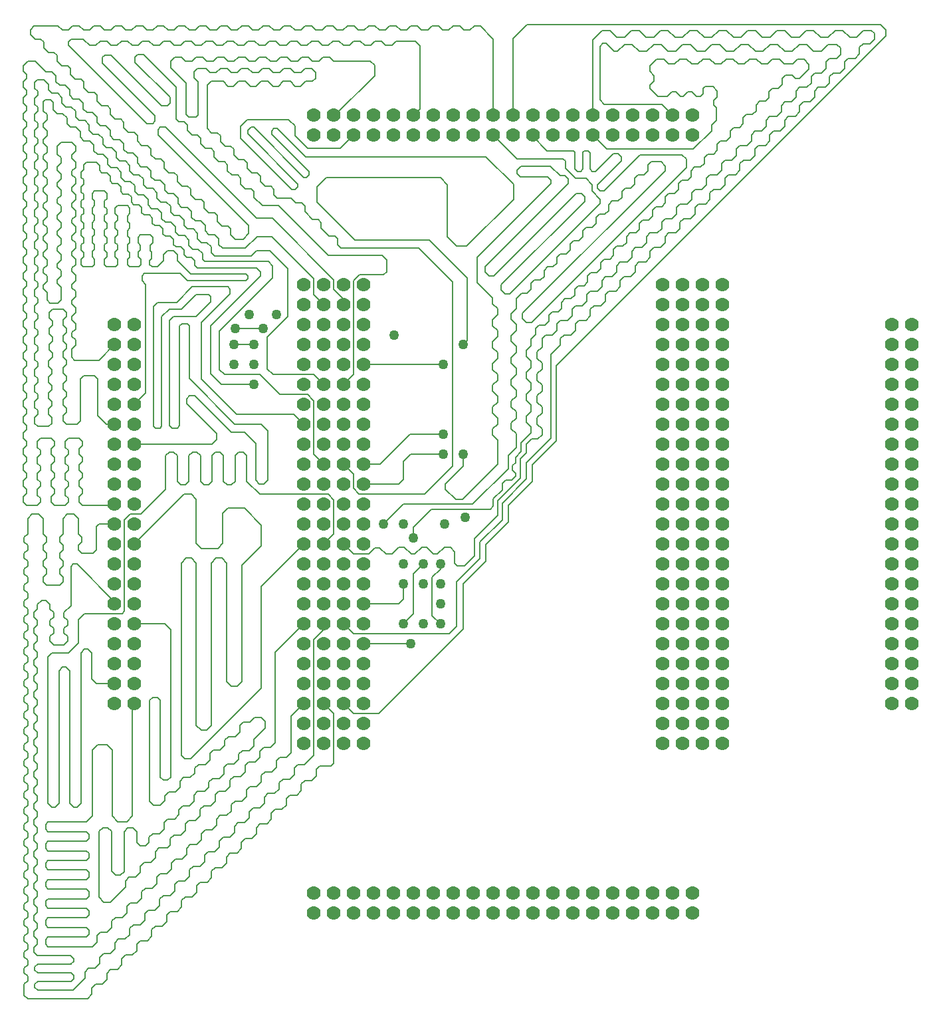
<source format=gtl>
%FSLAX25Y25*%
%MOIN*%
G70*
G01*
G75*
G04 Layer_Physical_Order=1*
G04 Layer_Color=255*
%ADD10C,0.00800*%
%ADD11C,0.07000*%
%ADD12C,0.05000*%
D10*
X115300Y291000D02*
X120900Y285400D01*
Y267000D02*
Y285400D01*
Y267000D02*
X122800Y265100D01*
X125000D01*
X99000Y285000D02*
X101300Y287300D01*
X60000Y285000D02*
X99000D01*
X101300Y287300D02*
Y290500D01*
X86300Y305500D02*
X101300Y290500D01*
X86300Y305500D02*
Y307800D01*
X87800Y309300D01*
X90300D01*
X108600Y291000D01*
X115300D01*
X123500Y295100D02*
X126900Y291700D01*
Y267000D02*
Y291700D01*
X125000Y265100D02*
X126900Y267000D01*
X110400Y295100D02*
X123500D01*
X87600Y317900D02*
X110400Y295100D01*
X86500Y345400D02*
X87600Y344300D01*
Y317900D02*
Y344300D01*
X83900Y345400D02*
X86500D01*
X82800Y344300D02*
X83900Y345400D01*
X82800Y294400D02*
Y344300D01*
X81500Y293100D02*
X82800Y294400D01*
X79000Y293100D02*
X81500D01*
X77800Y294300D02*
X79000Y293100D01*
X77800Y294300D02*
Y347100D01*
X79700Y349000D02*
X90900D01*
X77800Y347100D02*
X79700Y349000D01*
X72900Y293100D02*
X73800Y294000D01*
X70600Y293100D02*
X72900D01*
X69700Y294000D02*
X70600Y293100D01*
X73800Y349000D02*
X77500Y352700D01*
X73800Y294000D02*
Y349000D01*
X69700Y294000D02*
Y354200D01*
X90900Y349000D02*
X98200Y356300D01*
Y359200D01*
X97300Y360100D02*
X98200Y359200D01*
X91000Y360100D02*
X97300D01*
X83600Y352700D02*
X91000Y360100D01*
X77500Y352700D02*
X83600D01*
X93700Y345900D02*
X108100Y360300D01*
X93700Y317800D02*
Y345900D01*
Y317800D02*
X111400Y300100D01*
X139900D01*
X145000Y295000D01*
X69700Y354200D02*
X71500Y356000D01*
X81200D01*
X89100Y363900D01*
X107000D01*
X108100Y362800D01*
Y360300D02*
Y362800D01*
X63900Y366900D02*
X65600Y365200D01*
X60000Y305000D02*
X65600Y310600D01*
Y365200D01*
X63900Y366900D02*
Y369400D01*
X65100Y370600D01*
X83000D01*
X86500Y367100D01*
X115900D01*
X116900Y368100D01*
Y369400D01*
X115900Y370400D02*
X116900Y369400D01*
X88400Y370400D02*
X115900D01*
X81700Y377100D02*
X88400Y370400D01*
X81700Y377100D02*
Y380000D01*
X79800Y381900D02*
X81700Y380000D01*
X76600Y381900D02*
X79800D01*
X74600Y379900D02*
X76600Y381900D01*
X74600Y376900D02*
Y379900D01*
X71600Y373900D02*
X74600Y376900D01*
X68900Y373900D02*
X71600D01*
X67600Y375200D02*
X68900Y373900D01*
X67600Y375200D02*
Y377100D01*
X68700Y378200D01*
Y381400D01*
X67900Y382200D02*
X68700Y381400D01*
X67900Y382200D02*
Y384700D01*
X69200Y386000D01*
Y388700D01*
X68000Y389900D02*
X69200Y388700D01*
X63100Y389900D02*
X68000D01*
X61900Y388700D02*
X63100Y389900D01*
X61900Y386000D02*
Y388700D01*
Y386000D02*
X63100Y384800D01*
Y382500D02*
Y384800D01*
X61900Y381300D02*
X63100Y382500D01*
X61900Y378900D02*
Y381300D01*
Y378900D02*
X63200Y377600D01*
Y374900D02*
Y377600D01*
X62200Y373900D02*
X63200Y374900D01*
X57500Y373900D02*
X62200D01*
X56500Y374900D02*
X57500Y373900D01*
X56500Y374900D02*
Y377600D01*
X57700Y378800D01*
Y381000D01*
X56500Y382200D02*
X57700Y381000D01*
X56500Y382200D02*
Y384900D01*
X57700Y386100D01*
Y388300D01*
X56500Y389500D02*
X57700Y388300D01*
X56500Y389500D02*
Y392200D01*
X57700Y393400D01*
Y395600D01*
X56500Y396800D02*
X57700Y395600D01*
X56500Y396800D02*
Y399500D01*
X57700Y400700D01*
Y403400D01*
X56500Y404600D02*
X57700Y403400D01*
X51600Y404600D02*
X56500D01*
X50400Y403400D02*
X51600Y404600D01*
X50400Y400700D02*
Y403400D01*
Y400700D02*
X51600Y399500D01*
Y397300D02*
Y399500D01*
X50400Y396100D02*
X51600Y397300D01*
X50400Y393400D02*
Y396100D01*
Y393400D02*
X51600Y392200D01*
Y390000D02*
Y392200D01*
X50400Y388800D02*
X51600Y390000D01*
X50400Y386100D02*
Y388800D01*
Y386100D02*
X51600Y384900D01*
Y382700D02*
Y384900D01*
X50400Y381500D02*
X51600Y382700D01*
X50400Y379000D02*
Y381500D01*
Y379000D02*
X51700Y377700D01*
Y375000D02*
Y377700D01*
X50700Y374000D02*
X51700Y375000D01*
X46000Y374000D02*
X50700D01*
X45000Y375000D02*
X46000Y374000D01*
X45000Y375000D02*
Y377700D01*
X46200Y378900D01*
Y381100D01*
X45000Y382300D02*
X46200Y381100D01*
X45000Y382300D02*
Y385000D01*
X46200Y386200D01*
Y388400D01*
X45000Y389600D02*
X46200Y388400D01*
X45000Y389600D02*
Y392300D01*
X46200Y393500D01*
Y395700D01*
X45000Y396900D02*
X46200Y395700D01*
X45000Y396900D02*
Y399600D01*
X46200Y400800D01*
Y403000D01*
X45000Y404200D02*
X46200Y403000D01*
X45000Y404200D02*
Y406900D01*
X46200Y408100D01*
Y410800D01*
X45000Y412000D02*
X46200Y410800D01*
X40100Y412000D02*
X45000D01*
X38900Y410800D02*
X40100Y412000D01*
X38900Y408100D02*
Y410800D01*
Y408100D02*
X40100Y406900D01*
Y404700D02*
Y406900D01*
X38900Y403500D02*
X40100Y404700D01*
X38900Y400800D02*
Y403500D01*
Y400800D02*
X40100Y399600D01*
Y397400D02*
Y399600D01*
X38900Y396200D02*
X40100Y397400D01*
X38900Y393500D02*
Y396200D01*
Y393500D02*
X40100Y392300D01*
Y390100D02*
Y392300D01*
X38900Y388900D02*
X40100Y390100D01*
X38900Y386200D02*
Y388900D01*
Y386200D02*
X40100Y385000D01*
Y382800D02*
Y385000D01*
X38900Y381600D02*
X40100Y382800D01*
X38900Y378900D02*
Y381600D01*
Y378900D02*
X40100Y377700D01*
Y375000D02*
Y377700D01*
X39100Y374000D02*
X40100Y375000D01*
X34400Y374000D02*
X39100D01*
X33400Y375000D02*
X34400Y374000D01*
X33400Y375000D02*
Y377700D01*
X34600Y378900D01*
Y381100D01*
X33400Y382300D02*
X34600Y381100D01*
X33400Y382300D02*
Y385000D01*
X34600Y386200D01*
Y388400D01*
X33400Y389600D02*
X34600Y388400D01*
X33400Y389600D02*
Y392300D01*
X34600Y393500D01*
Y395700D01*
X33400Y396900D02*
X34600Y395700D01*
X33400Y396900D02*
Y399600D01*
X34600Y400800D01*
Y403000D01*
X33400Y404200D02*
X34600Y403000D01*
X33400Y404200D02*
Y406900D01*
X34600Y408100D01*
Y410300D01*
X33400Y411500D02*
X34600Y410300D01*
X33400Y411500D02*
Y414200D01*
X34600Y415400D01*
Y417600D01*
X33400Y418800D02*
X34600Y417600D01*
X33400Y418800D02*
Y421500D01*
X34600Y422700D01*
Y424900D01*
X36100Y426400D01*
X41000D01*
X42600Y424800D01*
Y422300D02*
Y424800D01*
Y422300D02*
X43800Y421100D01*
X46300D01*
X47900Y419500D01*
Y417000D02*
Y419500D01*
Y417000D02*
X49100Y415800D01*
X51600D01*
X53200Y414200D01*
Y411700D02*
Y414200D01*
Y411700D02*
X54400Y410500D01*
X56900D01*
X58500Y408900D01*
Y406400D02*
Y408900D01*
Y406400D02*
X59700Y405200D01*
X62200D01*
X63800Y403600D01*
Y401100D02*
Y403600D01*
Y401100D02*
X65000Y399900D01*
X67500D01*
X69100Y398300D01*
Y395800D02*
Y398300D01*
Y395800D02*
X70300Y394600D01*
X72800D01*
X74400Y393000D01*
Y390500D02*
Y393000D01*
Y390500D02*
X75600Y389300D01*
X78100D01*
X79700Y387700D01*
Y385200D02*
Y387700D01*
Y385200D02*
X80900Y384000D01*
X83400D01*
X85000Y382400D01*
Y379900D02*
Y382400D01*
Y379900D02*
X86200Y378700D01*
X88700D01*
X90300Y377100D01*
Y374600D02*
Y377100D01*
Y374600D02*
X91500Y373400D01*
X121400D01*
X123300Y371500D01*
Y369500D02*
Y371500D01*
X98300Y344500D02*
X123300Y369500D01*
X98300Y320500D02*
Y344500D01*
Y320500D02*
X103800Y315000D01*
X120000D01*
X110800Y343100D02*
X124500D01*
X110000Y335000D02*
X120000D01*
X129300Y368300D02*
Y374500D01*
X102800Y341800D02*
X129300Y368300D01*
X102800Y322400D02*
Y341800D01*
X127200Y376600D02*
X129300Y374500D01*
X21400Y434400D02*
X23400Y436400D01*
X21400Y430500D02*
Y434400D01*
X23300Y426000D02*
Y428600D01*
X21400Y430500D02*
X23300Y428600D01*
X21400Y424100D02*
X23300Y426000D01*
X21400Y391700D02*
X23300Y393600D01*
X21400Y398100D02*
X23300Y396200D01*
Y393600D02*
Y396200D01*
X21400Y398100D02*
Y399800D01*
X23300Y401700D01*
X21400Y406200D02*
X23300Y404300D01*
Y401700D02*
Y404300D01*
X21400Y406200D02*
Y407900D01*
X23300Y409800D01*
X21400Y414300D02*
X23300Y412400D01*
Y409800D02*
Y412400D01*
X21400Y414300D02*
Y416000D01*
X23300Y417900D01*
X21400Y422400D02*
X23300Y420500D01*
Y417900D02*
Y420500D01*
X21400Y422400D02*
Y424100D01*
Y390000D02*
Y391700D01*
X23300Y385500D02*
Y388100D01*
X21400Y390000D02*
X23300Y388100D01*
X21400Y383600D02*
X23300Y385500D01*
X21400Y381900D02*
Y383600D01*
X23300Y377400D02*
Y380000D01*
X21400Y381900D02*
X23300Y380000D01*
X21400Y375500D02*
X23300Y377400D01*
X21400Y373800D02*
Y375500D01*
X23300Y369300D02*
Y371900D01*
X21400Y373800D02*
X23300Y371900D01*
X21400Y367400D02*
X23300Y369300D01*
X21400Y365700D02*
Y367400D01*
X23300Y357400D02*
Y363800D01*
X21400Y365700D02*
X23300Y363800D01*
X42200Y327200D02*
X50000Y335000D01*
X30100Y327200D02*
X42200D01*
X28700Y328600D02*
X30100Y327200D01*
X28700Y328600D02*
Y332800D01*
X30600Y334700D02*
Y337300D01*
X28700Y332800D02*
X30600Y334700D01*
Y350900D02*
Y353500D01*
X28700Y349000D02*
X30600Y350900D01*
X28700Y339200D02*
Y340900D01*
X30600Y342800D01*
X28700Y347300D02*
X30600Y345400D01*
Y342800D02*
Y345400D01*
X28700Y347300D02*
Y349000D01*
Y339200D02*
X30600Y337300D01*
Y367100D02*
Y369700D01*
X28700Y365200D02*
X30600Y367100D01*
X28700Y355400D02*
Y357100D01*
X30600Y359000D01*
X28700Y363500D02*
X30600Y361600D01*
Y359000D02*
Y361600D01*
X28700Y363500D02*
Y365200D01*
Y355400D02*
X30600Y353500D01*
Y383300D02*
Y385900D01*
X28700Y381400D02*
X30600Y383300D01*
X28700Y371600D02*
Y373300D01*
X30600Y375200D01*
X28700Y379700D02*
X30600Y377800D01*
Y375200D02*
Y377800D01*
X28700Y379700D02*
Y381400D01*
Y371600D02*
X30600Y369700D01*
Y399500D02*
Y402100D01*
X28700Y397600D02*
X30600Y399500D01*
X28700Y387800D02*
Y389500D01*
X30600Y391400D01*
X28700Y395900D02*
X30600Y394000D01*
Y391400D02*
Y394000D01*
X28700Y395900D02*
Y397600D01*
Y387800D02*
X30600Y385900D01*
Y415700D02*
Y418300D01*
X28700Y413800D02*
X30600Y415700D01*
X28700Y404000D02*
Y405700D01*
X30600Y407600D01*
X28700Y412100D02*
X30600Y410200D01*
Y407600D02*
Y410200D01*
X28700Y412100D02*
Y413800D01*
Y404000D02*
X30600Y402100D01*
X28700Y420200D02*
X30600Y418300D01*
X28700Y428300D02*
Y430000D01*
X30600Y423800D02*
Y426400D01*
X28700Y428300D02*
X30600Y426400D01*
X28700Y421900D02*
X30600Y423800D01*
X28700Y420200D02*
Y421900D01*
Y430000D02*
X30600Y431900D01*
X28700Y436400D02*
X30600Y434500D01*
Y431900D02*
Y434500D01*
X23400Y436400D02*
X28700D01*
X21700Y355800D02*
X23300Y357400D01*
X17800Y355800D02*
X21700D01*
X16200Y357400D02*
X17800Y355800D01*
X16200Y357400D02*
Y361200D01*
X14300Y363100D02*
X16200Y361200D01*
X14300Y363100D02*
Y364800D01*
X16200Y366700D01*
X14300Y371200D02*
X16200Y369300D01*
Y366700D02*
Y369300D01*
X14300Y371200D02*
Y372900D01*
X16200Y374800D01*
X14300Y379300D02*
X16200Y377400D01*
Y374800D02*
Y377400D01*
X14300Y379300D02*
Y381000D01*
X16200Y382900D01*
X14300Y387400D02*
X16200Y385500D01*
Y382900D02*
Y385500D01*
X14300Y387400D02*
Y389100D01*
X16200Y391000D01*
X14300Y395500D02*
X16200Y393600D01*
Y391000D02*
Y393600D01*
X14300Y395500D02*
Y397200D01*
X16200Y399100D01*
X14300Y403600D02*
X16200Y401700D01*
Y399100D02*
Y401700D01*
X14300Y403600D02*
Y405300D01*
X16200Y407200D01*
X14300Y411700D02*
X16200Y409800D01*
Y407200D02*
Y409800D01*
X14300Y411700D02*
Y413400D01*
X16200Y415300D01*
X14300Y419800D02*
X16200Y417900D01*
Y415300D02*
Y417900D01*
X14300Y419800D02*
Y421500D01*
X16200Y423400D01*
X14300Y427900D02*
X16200Y426000D01*
Y423400D02*
Y426000D01*
X14300Y427900D02*
Y429600D01*
X16200Y431500D01*
X14300Y436000D02*
X16200Y434100D01*
Y431500D02*
Y434100D01*
X14300Y436000D02*
Y437700D01*
X16200Y439600D01*
X14300Y444100D02*
X16200Y442200D01*
Y439600D02*
Y442200D01*
Y447700D02*
Y450300D01*
X14300Y452200D02*
X16200Y450300D01*
X14300Y445800D02*
X16200Y447700D01*
X14300Y444100D02*
Y445800D01*
Y452200D02*
Y456600D01*
X15300Y457600D01*
X19400Y452600D02*
Y456300D01*
X18100Y457600D02*
X19400Y456300D01*
X15300Y457600D02*
X18100D01*
X21200Y450800D02*
X24000D01*
X26200Y445800D02*
Y448600D01*
X24000Y450800D02*
X26200Y448600D01*
X19400Y452600D02*
X21200Y450800D01*
X28000Y444000D02*
X30800D01*
X33000Y439000D02*
Y441800D01*
X30800Y444000D02*
X33000Y441800D01*
X26200Y445800D02*
X28000Y444000D01*
X34800Y437200D02*
X37600D01*
X39800Y432200D02*
Y435000D01*
X37600Y437200D02*
X39800Y435000D01*
X33000Y439000D02*
X34800Y437200D01*
X41600Y430400D02*
X44400D01*
X46600Y425400D02*
Y428200D01*
X44400Y430400D02*
X46600Y428200D01*
X39800Y432200D02*
X41600Y430400D01*
X48400Y423600D02*
X51200D01*
X53400Y418600D02*
Y421400D01*
X51200Y423600D02*
X53400Y421400D01*
X46600Y425400D02*
X48400Y423600D01*
X55200Y416800D02*
X58000D01*
X60200Y411800D02*
Y414600D01*
X58000Y416800D02*
X60200Y414600D01*
X53400Y418600D02*
X55200Y416800D01*
X62000Y410000D02*
X64800D01*
X67000Y405000D02*
Y407800D01*
X64800Y410000D02*
X67000Y407800D01*
X60200Y411800D02*
X62000Y410000D01*
X68800Y403200D02*
X71600D01*
X73800Y398200D02*
Y401000D01*
X71600Y403200D02*
X73800Y401000D01*
X67000Y405000D02*
X68800Y403200D01*
X75600Y396400D02*
X78400D01*
X80600Y391400D02*
Y394200D01*
X78400Y396400D02*
X80600Y394200D01*
X73800Y398200D02*
X75600Y396400D01*
X82400Y389600D02*
X85200D01*
X87400Y384600D02*
Y387400D01*
X85200Y389600D02*
X87400Y387400D01*
X80600Y391400D02*
X82400Y389600D01*
X89200Y382800D02*
X92000D01*
X94200Y377800D02*
Y380600D01*
X92000Y382800D02*
X94200Y380600D01*
X87400Y384600D02*
X89200Y382800D01*
X94200Y377800D02*
X95400Y376600D01*
X127200D01*
X147030Y309900D02*
X150100Y306830D01*
Y279900D02*
Y306830D01*
Y279900D02*
X155000Y275000D01*
X102800Y322400D02*
X105300Y319900D01*
X123100D01*
X133100Y309900D01*
X147030D01*
X17300Y332300D02*
X18900Y330700D01*
Y328700D02*
Y330700D01*
X41500Y299400D02*
Y317700D01*
Y299400D02*
X45900Y295000D01*
X39900Y319300D02*
X41500Y317700D01*
X34500Y319300D02*
X39900D01*
X32900Y317700D02*
X34500Y319300D01*
X45900Y295000D02*
X50000D01*
X24300Y296700D02*
Y299500D01*
Y296700D02*
X25900Y295100D01*
X31300D02*
X32900Y296700D01*
X25900Y295100D02*
X31300D01*
X32900Y296700D02*
Y317700D01*
X24300Y304700D02*
Y307500D01*
Y312700D02*
X25900Y311100D01*
Y309100D02*
Y311100D01*
X24300Y307500D02*
X25900Y309100D01*
X24300Y304700D02*
X25900Y303100D01*
Y301100D02*
Y303100D01*
X24300Y299500D02*
X25900Y301100D01*
X24300Y312700D02*
Y315500D01*
Y320700D02*
X25900Y319100D01*
Y317100D02*
Y319100D01*
X24300Y315500D02*
X25900Y317100D01*
X24300Y320700D02*
Y323500D01*
Y344700D02*
Y347500D01*
Y352700D02*
X25900Y351100D01*
Y349100D02*
Y351100D01*
X24300Y347500D02*
X25900Y349100D01*
X24300Y339500D02*
X25900Y341100D01*
Y343100D01*
X24300Y344700D02*
X25900Y343100D01*
X24300Y336700D02*
Y339500D01*
Y323500D02*
X25900Y325100D01*
Y327100D01*
X24300Y328700D02*
X25900Y327100D01*
X24300Y331500D02*
X25900Y333100D01*
Y335100D01*
X24300Y336700D02*
X25900Y335100D01*
X24300Y328700D02*
Y331500D01*
X18900Y352700D02*
X24300D01*
X17300Y335100D02*
X18900Y336700D01*
X17300Y332300D02*
Y335100D01*
X18900Y336700D02*
Y338700D01*
X17300Y343100D02*
X18900Y344700D01*
X17300Y340300D02*
Y343100D01*
Y340300D02*
X18900Y338700D01*
Y344700D02*
Y346700D01*
X17300Y351100D02*
X18900Y352700D01*
X17300Y348300D02*
Y351100D01*
Y348300D02*
X18900Y346700D01*
X16900Y323900D02*
X18500Y322300D01*
X16900Y323900D02*
Y326700D01*
X18850Y328650D01*
X18500Y320300D02*
Y322300D01*
X16900Y315900D02*
X18500Y314300D01*
X16900Y315900D02*
Y318700D01*
X18500Y320300D01*
Y312300D02*
Y314300D01*
X16900Y307900D02*
X18500Y306300D01*
X16900Y307900D02*
Y310700D01*
X18500Y312300D01*
Y304300D02*
Y306300D01*
X16900Y299900D02*
X18500Y298300D01*
X16900Y299900D02*
Y302700D01*
X18500Y304300D01*
Y295500D02*
Y298300D01*
X11500Y293900D02*
X16900D01*
X18500Y295500D01*
X9900D02*
X11500Y293900D01*
X9900Y303500D02*
Y306300D01*
Y311500D02*
X11500Y309900D01*
Y307900D02*
Y309900D01*
X9900Y306300D02*
X11500Y307900D01*
X9900Y295500D02*
Y298300D01*
Y303500D02*
X11500Y301900D01*
Y299900D02*
Y301900D01*
X9900Y298300D02*
X11500Y299900D01*
X9900Y311500D02*
Y314300D01*
Y319500D02*
X11500Y317900D01*
Y315900D02*
Y317900D01*
X9900Y314300D02*
X11500Y315900D01*
X9900Y359500D02*
Y362300D01*
Y367500D02*
X11500Y365900D01*
Y363900D02*
Y365900D01*
X9900Y362300D02*
X11500Y363900D01*
X9900Y351500D02*
Y354300D01*
Y359500D02*
X11500Y357900D01*
Y355900D02*
Y357900D01*
X9900Y354300D02*
X11500Y355900D01*
X9900Y338300D02*
X11500Y339900D01*
Y341900D01*
X9900Y343500D02*
X11500Y341900D01*
X9900Y335500D02*
Y338300D01*
Y346300D02*
X11500Y347900D01*
Y349900D01*
X9900Y351500D02*
X11500Y349900D01*
X9900Y343500D02*
Y346300D01*
Y322300D02*
X11500Y323900D01*
Y325900D01*
X9900Y327500D02*
X11500Y325900D01*
X9900Y319500D02*
Y322300D01*
Y330300D02*
X11500Y331900D01*
Y333900D01*
X9900Y335500D02*
X11500Y333900D01*
X9900Y327500D02*
Y330300D01*
Y407500D02*
Y410300D01*
Y415500D02*
X11500Y413900D01*
Y411900D02*
Y413900D01*
X9900Y410300D02*
X11500Y411900D01*
X9900Y399500D02*
Y402300D01*
Y407500D02*
X11500Y405900D01*
Y403900D02*
Y405900D01*
X9900Y402300D02*
X11500Y403900D01*
X9900Y386300D02*
X11500Y387900D01*
Y389900D01*
X9900Y391500D02*
X11500Y389900D01*
X9900Y383500D02*
Y386300D01*
Y394300D02*
X11500Y395900D01*
Y397900D01*
X9900Y399500D02*
X11500Y397900D01*
X9900Y391500D02*
Y394300D01*
Y370300D02*
X11500Y371900D01*
Y373900D01*
X9900Y375500D02*
X11500Y373900D01*
X9900Y367500D02*
Y370300D01*
Y378300D02*
X11500Y379900D01*
Y381900D01*
X9900Y383500D02*
X11500Y381900D01*
X9900Y375500D02*
Y378300D01*
Y423500D02*
Y426300D01*
Y431500D02*
X11500Y429900D01*
Y427900D02*
Y429900D01*
X9900Y426300D02*
X11500Y427900D01*
X9900Y415500D02*
Y418300D01*
Y423500D02*
X11500Y421900D01*
Y419900D02*
Y421900D01*
X9900Y418300D02*
X11500Y419900D01*
X9900Y439500D02*
Y442300D01*
Y447500D02*
X11500Y445900D01*
Y443900D02*
Y445900D01*
X9900Y442300D02*
X11500Y443900D01*
X9900Y431500D02*
Y434300D01*
Y439500D02*
X11500Y437900D01*
Y435900D02*
Y437900D01*
X9900Y434300D02*
X11500Y435900D01*
X9900Y450300D02*
X11500Y451900D01*
Y453900D01*
X9900Y455500D02*
X11500Y453900D01*
X9900Y447500D02*
Y450300D01*
Y458300D02*
X11500Y459900D01*
Y461900D01*
X9900Y463500D02*
X11500Y461900D01*
X9900Y455500D02*
Y458300D01*
X5900Y460300D02*
Y462300D01*
X9900Y463500D02*
Y466300D01*
X11300Y467700D02*
X14800D01*
X9900Y466300D02*
X11300Y467700D01*
X17000Y462700D02*
X18800Y460900D01*
X14800Y467700D02*
X17000Y465500D01*
Y462700D02*
Y465500D01*
X32400Y447300D02*
X35200D01*
X37400Y442300D02*
Y445100D01*
X35200Y447300D02*
X37400Y445100D01*
Y442300D02*
X39200Y440500D01*
X25600Y454100D02*
X28400D01*
X30600Y449100D02*
Y451900D01*
X28400Y454100D02*
X30600Y451900D01*
Y449100D02*
X32400Y447300D01*
X18800Y460900D02*
X21600D01*
X23800Y455900D02*
Y458700D01*
X21600Y460900D02*
X23800Y458700D01*
Y455900D02*
X25600Y454100D01*
X52800Y426900D02*
X55600D01*
X57800Y421900D02*
Y424700D01*
X55600Y426900D02*
X57800Y424700D01*
Y421900D02*
X59600Y420100D01*
X46000Y433700D02*
X48800D01*
X51000Y428700D02*
Y431500D01*
X48800Y433700D02*
X51000Y431500D01*
Y428700D02*
X52800Y426900D01*
X39200Y440500D02*
X42000D01*
X44200Y435500D02*
Y438300D01*
X42000Y440500D02*
X44200Y438300D01*
Y435500D02*
X46000Y433700D01*
X73200Y406500D02*
X76000D01*
X78200Y401500D02*
Y404300D01*
X76000Y406500D02*
X78200Y404300D01*
Y401500D02*
X80000Y399700D01*
X66400Y413300D02*
X69200D01*
X71400Y408300D02*
Y411100D01*
X69200Y413300D02*
X71400Y411100D01*
Y408300D02*
X73200Y406500D01*
X59600Y420100D02*
X62400D01*
X64600Y415100D02*
Y417900D01*
X62400Y420100D02*
X64600Y417900D01*
Y415100D02*
X66400Y413300D01*
X85000Y394700D02*
X86800Y392900D01*
X82800Y399700D02*
X85000Y397500D01*
Y394700D02*
Y397500D01*
X80000Y399700D02*
X82800D01*
X91800Y387900D02*
X93600Y386100D01*
X89600Y392900D02*
X91800Y390700D01*
Y387900D02*
Y390700D01*
X86800Y392900D02*
X89600D01*
X98600Y381100D02*
X100400Y379300D01*
X96400Y386100D02*
X98600Y383900D01*
Y381100D02*
Y383900D01*
X93600Y386100D02*
X96400D01*
X118700Y379300D02*
X121400Y382000D01*
X100400Y379300D02*
X118700D01*
X137100Y348900D02*
Y372900D01*
X126800Y338600D02*
X137100Y348900D01*
X126800Y322600D02*
Y338600D01*
Y322600D02*
X129500Y319900D01*
X128000Y382000D02*
X137100Y372900D01*
X121400Y382000D02*
X128000D01*
X129500Y319900D02*
X150100D01*
X155000Y315000D01*
X33900Y284300D02*
Y286300D01*
X32300Y279900D02*
X33900Y278300D01*
X32300Y279900D02*
Y282700D01*
Y258700D02*
X33900Y260300D01*
Y268300D02*
Y270300D01*
X32300Y287900D02*
X33900Y286300D01*
X32300Y266700D02*
X33900Y268300D01*
X32300Y274700D02*
X33900Y276300D01*
Y278300D01*
X18300Y263900D02*
Y266700D01*
X19900Y276300D02*
Y278300D01*
X18300Y274700D02*
X19900Y276300D01*
X18300Y266700D02*
X19900Y268300D01*
X18300Y271900D02*
X19900Y270300D01*
X18300Y287900D02*
X19900Y286300D01*
X26900Y279900D02*
Y281900D01*
X25300Y275500D02*
Y278300D01*
X26900Y279900D01*
X25300Y270300D02*
X26900Y271900D01*
X25300Y283500D02*
Y286300D01*
X19900Y268300D02*
Y270300D01*
X18300Y255900D02*
X19900Y254300D01*
X4300Y263900D02*
X5900Y262300D01*
X4300Y258700D02*
X5900Y260300D01*
X4300Y255900D02*
Y258700D01*
Y255900D02*
X5900Y254300D01*
Y268300D02*
Y270300D01*
X4300Y279900D02*
X5900Y278300D01*
X4300Y295900D02*
X5900Y294300D01*
Y292300D02*
Y294300D01*
X4300Y290700D02*
X5900Y292300D01*
X4300Y311900D02*
X5900Y310300D01*
Y308300D02*
Y310300D01*
X4300Y303900D02*
Y306700D01*
Y298700D02*
X5900Y300300D01*
Y316300D02*
Y318300D01*
X4300Y327900D02*
X5900Y326300D01*
Y332300D02*
Y334300D01*
X4300Y343900D02*
X5900Y342300D01*
Y340300D02*
Y342300D01*
X4300Y338700D02*
X5900Y340300D01*
X4300Y330700D02*
X5900Y332300D01*
X4300Y351900D02*
Y354700D01*
Y346700D02*
X5900Y348300D01*
X4300Y375900D02*
X5900Y374300D01*
X4300Y370700D02*
X5900Y372300D01*
X4300Y367900D02*
X5900Y366300D01*
Y380300D02*
Y382300D01*
X4300Y391900D02*
X5900Y390300D01*
X4300Y378700D02*
X5900Y380300D01*
Y404300D02*
Y406300D01*
X4300Y402700D02*
X5900Y404300D01*
X4300Y399900D02*
Y402700D01*
Y394700D02*
X5900Y396300D01*
X4300Y415900D02*
Y418700D01*
Y439900D02*
X5900Y438300D01*
X4300Y431900D02*
X5900Y430300D01*
X4300Y442700D02*
X5900Y444300D01*
X4300Y447900D02*
X5900Y446300D01*
X4300Y447900D02*
Y450700D01*
X5900Y452300D01*
Y454300D01*
X4300Y455900D02*
Y458700D01*
X49300Y254300D02*
X50000Y255000D01*
X33900Y254300D02*
X49300D01*
X26900Y287900D02*
X32300D01*
Y282700D02*
X33900Y284300D01*
X32300Y271900D02*
Y274700D01*
Y271900D02*
X33900Y270300D01*
X32300Y263900D02*
Y266700D01*
Y263900D02*
X33900Y262300D01*
Y260300D02*
Y262300D01*
X32300Y255900D02*
X33900Y254300D01*
X32300Y255900D02*
Y258700D01*
X25300Y283500D02*
X26900Y281900D01*
X25300Y267500D02*
Y270300D01*
Y267500D02*
X26900Y265900D01*
Y263900D02*
Y265900D01*
Y271900D02*
Y273900D01*
X25300Y275500D02*
X26900Y273900D01*
Y255900D02*
Y257900D01*
X25300Y259500D02*
X26900Y257900D01*
X25300Y259500D02*
Y262300D01*
X26900Y263900D01*
X25300Y254300D02*
X26900Y255900D01*
X25300Y286300D02*
X26900Y287900D01*
X19900Y254300D02*
X25300D01*
X18300Y255900D02*
Y258700D01*
X19900Y260300D01*
Y262300D01*
X18300Y263900D02*
X19900Y262300D01*
X18300Y279900D02*
Y282700D01*
Y279900D02*
X19900Y278300D01*
X18300Y271900D02*
Y274700D01*
Y282700D02*
X19900Y284300D01*
Y286300D01*
X12900Y287900D02*
X18300D01*
X11300Y286300D02*
X12900Y287900D01*
X11300Y283500D02*
Y286300D01*
Y270300D02*
X12900Y271900D01*
X11300Y254300D02*
X12900Y255900D01*
X11300Y262300D02*
X12900Y263900D01*
X11300Y278300D02*
X12900Y279900D01*
X11300Y259500D02*
Y262300D01*
Y259500D02*
X12900Y257900D01*
Y255900D02*
Y257900D01*
X11300Y275500D02*
Y278300D01*
Y275500D02*
X12900Y273900D01*
Y271900D02*
Y273900D01*
Y263900D02*
Y265900D01*
X11300Y267500D02*
X12900Y265900D01*
X11300Y267500D02*
Y270300D01*
X12900Y279900D02*
Y281900D01*
X11300Y283500D02*
X12900Y281900D01*
X5900Y254300D02*
X11300D01*
X5900Y348300D02*
Y350300D01*
X4300Y351900D02*
X5900Y350300D01*
X4300Y335900D02*
Y338700D01*
Y335900D02*
X5900Y334300D01*
X4300Y343900D02*
Y346700D01*
Y319900D02*
Y322700D01*
Y319900D02*
X5900Y318300D01*
X4300Y314700D02*
X5900Y316300D01*
X4300Y322700D02*
X5900Y324300D01*
Y326300D01*
X4300Y327900D02*
Y330700D01*
Y303900D02*
X5900Y302300D01*
Y300300D02*
Y302300D01*
X4300Y306700D02*
X5900Y308300D01*
X4300Y311900D02*
Y314700D01*
Y287900D02*
Y290700D01*
Y287900D02*
X5900Y286300D01*
Y284300D02*
Y286300D01*
X4300Y282700D02*
X5900Y284300D01*
X4300Y295900D02*
Y298700D01*
Y271900D02*
Y274700D01*
Y271900D02*
X5900Y270300D01*
X4300Y266700D02*
X5900Y268300D01*
X4300Y274700D02*
X5900Y276300D01*
Y278300D01*
X4300Y279900D02*
Y282700D01*
X5900Y260300D02*
Y262300D01*
X4300Y263900D02*
Y266700D01*
X150100Y359900D02*
X155000Y355000D01*
X150100Y359900D02*
Y368100D01*
X10400Y477200D02*
X15800Y471800D01*
X4300Y359900D02*
Y362700D01*
Y359900D02*
X5900Y358300D01*
Y356300D02*
Y358300D01*
X4300Y354700D02*
X5900Y356300D01*
X4300Y375900D02*
Y378700D01*
X5900Y372300D02*
Y374300D01*
X4300Y362700D02*
X5900Y364300D01*
Y366300D01*
X4300Y367900D02*
Y370700D01*
Y391900D02*
Y394700D01*
X5900Y388300D02*
Y390300D01*
X4300Y386700D02*
X5900Y388300D01*
X4300Y383900D02*
X5900Y382300D01*
X4300Y383900D02*
Y386700D01*
Y407900D02*
Y410700D01*
Y407900D02*
X5900Y406300D01*
Y396300D02*
Y398300D01*
X4300Y399900D02*
X5900Y398300D01*
X4300Y410700D02*
X5900Y412300D01*
X4300Y423900D02*
Y426700D01*
Y423900D02*
X5900Y422300D01*
Y420300D02*
Y422300D01*
X4300Y418700D02*
X5900Y420300D01*
Y412300D02*
Y414300D01*
X4300Y415900D02*
X5900Y414300D01*
X4300Y439900D02*
Y442700D01*
X5900Y436300D02*
Y438300D01*
X4300Y434700D02*
X5900Y436300D01*
X4300Y426700D02*
X5900Y428300D01*
Y430300D01*
X4300Y431900D02*
Y434700D01*
Y455900D02*
X5900Y454300D01*
Y444300D02*
Y446300D01*
X4300Y463900D02*
Y466700D01*
Y463900D02*
X5900Y462300D01*
X4300Y458700D02*
X5900Y460300D01*
X4300Y466700D02*
X5900Y468300D01*
Y470300D01*
X4300Y471900D02*
X5900Y470300D01*
X4300Y471900D02*
Y474700D01*
X20800Y466800D02*
X22600Y465000D01*
X18600Y471800D02*
X20800Y469600D01*
Y466800D02*
Y469600D01*
X15800Y471800D02*
X18600D01*
X34400Y453200D02*
X36200Y451400D01*
X32200Y458200D02*
X34400Y456000D01*
Y453200D02*
Y456000D01*
X29400Y458200D02*
X32200D01*
X22600Y465000D02*
X25400D01*
X27600Y460000D02*
Y462800D01*
X25400Y465000D02*
X27600Y462800D01*
Y460000D02*
X29400Y458200D01*
X48000Y439600D02*
X49800Y437800D01*
X45800Y444600D02*
X48000Y442400D01*
Y439600D02*
Y442400D01*
X43000Y444600D02*
X45800D01*
X36200Y451400D02*
X39000D01*
X41200Y446400D02*
Y449200D01*
X39000Y451400D02*
X41200Y449200D01*
Y446400D02*
X43000Y444600D01*
X61600Y426000D02*
X63400Y424200D01*
X59400Y431000D02*
X61600Y428800D01*
Y426000D02*
Y428800D01*
X56600Y431000D02*
X59400D01*
X49800Y437800D02*
X52600D01*
X54800Y432800D02*
Y435600D01*
X52600Y437800D02*
X54800Y435600D01*
Y432800D02*
X56600Y431000D01*
X75200Y412400D02*
X77000Y410600D01*
X73000Y417400D02*
X75200Y415200D01*
Y412400D02*
Y415200D01*
X70200Y417400D02*
X73000D01*
X63400Y424200D02*
X66200D01*
X68400Y419200D02*
Y422000D01*
X66200Y424200D02*
X68400Y422000D01*
Y419200D02*
X70200Y417400D01*
X88800Y398800D02*
X90600Y397000D01*
X86600Y403800D02*
X88800Y401600D01*
Y398800D02*
Y401600D01*
X83800Y403800D02*
X86600D01*
X77000Y410600D02*
X79800D01*
X82000Y405600D02*
Y408400D01*
X79800Y410600D02*
X82000Y408400D01*
Y405600D02*
X83800Y403800D01*
X95600Y392000D02*
X97400Y390200D01*
X93400Y397000D02*
X95600Y394800D01*
Y392000D02*
Y394800D01*
X90600Y397000D02*
X93400D01*
X97400Y390200D02*
X100200D01*
X102400Y385200D02*
Y388000D01*
X100200Y390200D02*
X102400Y388000D01*
Y385200D02*
X104200Y383400D01*
X4300Y474700D02*
X6800Y477200D01*
X10400D01*
X104200Y383400D02*
X115700D01*
X121500Y389200D01*
X129000D01*
X150100Y368100D01*
X184200Y379700D02*
X186600Y377300D01*
X185000Y369900D02*
X186600Y371500D01*
Y377300D01*
X172970Y369900D02*
X185000D01*
X157230Y379700D02*
X184200D01*
X170485Y367415D02*
X172970Y369900D01*
X132230Y404700D02*
X157230Y379700D01*
X219600Y274000D02*
Y366400D01*
X202600Y383400D02*
X219600Y366400D01*
X163700Y383400D02*
X202600D01*
X227100Y337100D02*
Y368300D01*
X207900Y387500D02*
X227100Y368300D01*
X170700Y387500D02*
X207900D01*
X203200Y453200D02*
Y484800D01*
X201000Y487000D02*
X203200Y484800D01*
X191300Y487000D02*
X201000D01*
X200000Y450000D02*
X203200Y453200D01*
X160000Y477100D02*
X178400D01*
X180500Y475000D01*
Y469800D02*
Y475000D01*
X160700Y450000D02*
X180500Y469800D01*
X160000Y450000D02*
X160700D01*
X162100Y385000D02*
Y387900D01*
X160600Y389400D02*
X162100Y387900D01*
X157700Y389400D02*
X160600D01*
X162100Y385000D02*
X163700Y383400D01*
X153800Y393300D02*
Y396200D01*
X152300Y397700D02*
X153800Y396200D01*
X149400Y397700D02*
X152300D01*
X145500Y401600D02*
X149400Y397700D01*
X153800Y393300D02*
X157700Y389400D01*
X145500Y401600D02*
Y404500D01*
X144000Y406000D02*
X145500Y404500D01*
X141100Y406000D02*
X144000D01*
X138800Y408300D02*
X141100Y406000D01*
X98500Y466900D02*
X104600D01*
X112300D02*
X115800D01*
X109800Y464400D02*
X112300Y466900D01*
X107100Y464400D02*
X109800D01*
X104600Y466900D02*
X107100Y464400D01*
X123500Y466900D02*
X127000D01*
X121000Y464400D02*
X123500Y466900D01*
X118300Y464400D02*
X121000D01*
X115800Y466900D02*
X118300Y464400D01*
X134700Y466900D02*
X138200D01*
X132200Y464400D02*
X134700Y466900D01*
X129500Y464400D02*
X132200D01*
X127000Y466900D02*
X129500Y464400D01*
X138200Y466900D02*
X140700Y464400D01*
X143400D01*
X145900Y466900D01*
X149400D01*
X151000Y468500D02*
Y471300D01*
X149400Y466900D02*
X151000Y468500D01*
X96500Y443400D02*
Y464900D01*
X98500Y466900D01*
X91700Y473400D02*
X95900D01*
X101100Y471300D02*
X103200Y473400D01*
X98000Y471300D02*
X101100D01*
X95900Y473400D02*
X98000Y471300D01*
X103200Y473400D02*
X106500D01*
X111700Y471300D02*
X113800Y473400D01*
X108600Y471300D02*
X111700D01*
X106500Y473400D02*
X108600Y471300D01*
X113800Y473400D02*
X117100D01*
X122300Y471300D02*
X124400Y473400D01*
X119200Y471300D02*
X122300D01*
X117100Y473400D02*
X119200Y471300D01*
X124400Y473400D02*
X127700D01*
X135000D02*
X138300D01*
X127700D02*
X129800Y471300D01*
X132900D01*
X135000Y473400D01*
X145600D02*
X148900D01*
X151000Y471300D01*
X138300Y473400D02*
X140400Y471300D01*
X143500D01*
X145600Y473400D01*
X87300Y449100D02*
X90900D01*
X86000Y450400D02*
X87300Y449100D01*
X86000Y450400D02*
Y465900D01*
X91900Y450100D02*
Y466600D01*
X90900Y449100D02*
X91900Y450100D01*
X89900Y468600D02*
X91900Y466600D01*
X130000Y409900D02*
X131600Y408300D01*
X138800D01*
X123300Y416600D02*
X125600Y414300D01*
X128500D01*
X130000Y412800D01*
Y409900D02*
Y412800D01*
X116600Y423300D02*
X118900Y421000D01*
X121800D01*
X123300Y419500D01*
Y416600D02*
Y419500D01*
X109900Y430000D02*
X112200Y427700D01*
X115100D01*
X116600Y426200D01*
Y423300D02*
Y426200D01*
X103200Y436700D02*
X105500Y434400D01*
X108400D01*
X109900Y432900D01*
Y430000D02*
Y432900D01*
X96500Y443400D02*
X98800Y441100D01*
X101700D01*
X103200Y439600D01*
Y436700D02*
Y439600D01*
X170000Y262900D02*
X172800Y260100D01*
X170000Y262900D02*
Y270000D01*
X165000Y275000D02*
X170000Y270000D01*
X89900Y468600D02*
Y471600D01*
X91700Y473400D01*
X78300Y473600D02*
X86000Y465900D01*
X78300Y473600D02*
Y477100D01*
X80400Y479200D01*
X88900Y477100D02*
X91000Y479200D01*
X85800Y477100D02*
X88900D01*
X83700Y479200D02*
X85800Y477100D01*
X80400Y479200D02*
X83700D01*
X99500Y477100D02*
X101600Y479200D01*
X96400Y477100D02*
X99500D01*
X94300Y479200D02*
X96400Y477100D01*
X91000Y479200D02*
X94300D01*
X110100Y477100D02*
X112200Y479200D01*
X107000Y477100D02*
X110100D01*
X104900Y479200D02*
X107000Y477100D01*
X101600Y479200D02*
X104900D01*
X120700Y477100D02*
X122800Y479200D01*
X117600Y477100D02*
X120700D01*
X115500Y479200D02*
X117600Y477100D01*
X112200Y479200D02*
X115500D01*
X131300Y477100D02*
X133400Y479200D01*
X128200Y477100D02*
X131300D01*
X126100Y479200D02*
X128200Y477100D01*
X122800Y479200D02*
X126100D01*
X141900Y477100D02*
X144000Y479200D01*
X138800Y477100D02*
X141900D01*
X136700Y479200D02*
X138800Y477100D01*
X133400Y479200D02*
X136700D01*
X152500Y477100D02*
X154600Y479200D01*
X149400Y477100D02*
X152500D01*
X147300Y479200D02*
X149400Y477100D01*
X144000Y479200D02*
X147300D01*
X154600D02*
X157900D01*
X160000Y477100D01*
X64500Y480300D02*
X80900Y463900D01*
Y448000D02*
Y463900D01*
Y448000D02*
X82200Y446700D01*
X61800Y480300D02*
X64500D01*
X60400Y478900D02*
X61800Y480300D01*
X60400Y476500D02*
Y478900D01*
Y476500D02*
X78000Y458900D01*
Y455900D02*
Y458900D01*
X76800Y454700D02*
X78000Y455900D01*
X73800Y454700D02*
X76800D01*
X48300Y480200D02*
X73800Y454700D01*
X120100Y408800D02*
X124200Y404700D01*
X120100Y408800D02*
Y411700D01*
X118600Y413200D02*
X120100Y411700D01*
X115700Y413200D02*
X118600D01*
X113400Y415500D02*
Y418400D01*
X111900Y419900D02*
X113400Y418400D01*
X109000Y419900D02*
X111900D01*
X113400Y415500D02*
X115700Y413200D01*
X106700Y422200D02*
Y425100D01*
X105200Y426600D02*
X106700Y425100D01*
X102300Y426600D02*
X105200D01*
X106700Y422200D02*
X109000Y419900D01*
X100000Y428900D02*
Y431800D01*
X98500Y433300D02*
X100000Y431800D01*
X95600Y433300D02*
X98500D01*
X100000Y428900D02*
X102300Y426600D01*
X93300Y435600D02*
Y438500D01*
X91800Y440000D02*
X93300Y438500D01*
X88900Y440000D02*
X91800D01*
X93300Y435600D02*
X95600Y433300D01*
X86600Y442300D02*
Y445200D01*
X85100Y446700D02*
X86600Y445200D01*
X82200Y446700D02*
X85100D01*
X86600Y442300D02*
X88900Y440000D01*
X45400Y480200D02*
X48300D01*
X124200Y404700D02*
X132230D01*
X165000Y315000D02*
Y315200D01*
X169900Y320100D01*
Y367030D01*
X44100Y478900D02*
X45400Y480200D01*
X44100Y476000D02*
Y478900D01*
Y476000D02*
X70400Y449700D01*
Y447000D02*
Y449700D01*
X69200Y445800D02*
X70400Y447000D01*
X66300Y445800D02*
X69200D01*
X28400Y488200D02*
X34400D01*
X27000Y486800D02*
X28400Y488200D01*
X27000Y485100D02*
Y486800D01*
X34400Y488200D02*
X37700Y484900D01*
X27000Y485100D02*
X66300Y445800D01*
X40800Y484900D02*
X42900Y487000D01*
X37700Y484900D02*
X40800D01*
X51400D02*
X53500Y487000D01*
X48300Y484900D02*
X51400D01*
X46200Y487000D02*
X48300Y484900D01*
X42900Y487000D02*
X46200D01*
X58900Y484900D02*
X62000D01*
X56800Y487000D02*
X58900Y484900D01*
X53500Y487000D02*
X56800D01*
X189200Y484900D02*
X191300Y487000D01*
X186100Y484900D02*
X189200D01*
X184000Y487000D02*
X186100Y484900D01*
X180700Y487000D02*
X184000D01*
X170100D02*
X173400D01*
X175500Y484900D01*
X178600D01*
X180700Y487000D01*
X159500D02*
X162800D01*
X164900Y484900D01*
X168000D01*
X170100Y487000D01*
X148900D02*
X152200D01*
X154300Y484900D01*
X157400D01*
X159500Y487000D01*
X138300D02*
X141600D01*
X143700Y484900D01*
X146800D01*
X148900Y487000D01*
X127700D02*
X131000D01*
X133100Y484900D01*
X136200D01*
X138300Y487000D01*
X117100D02*
X120400D01*
X122500Y484900D01*
X125600D01*
X127700Y487000D01*
X106500D02*
X109800D01*
X111900Y484900D01*
X115000D01*
X117100Y487000D01*
X95900D02*
X99200D01*
X101300Y484900D01*
X104400D01*
X106500Y487000D01*
X85300D02*
X88600D01*
X90700Y484900D01*
X93800D01*
X95900Y487000D01*
X74700D02*
X78000D01*
X80100Y484900D01*
X83200D01*
X85300Y487000D01*
X64100D02*
X67400D01*
X69500Y484900D01*
X72600D01*
X74700Y487000D01*
X62000Y484900D02*
X64100Y487000D01*
X129200Y398300D02*
X160100Y367400D01*
X121400Y398300D02*
X129200D01*
X75800Y443900D02*
X121400Y398300D01*
X73100Y443900D02*
X75800D01*
X71900Y442700D02*
X73100Y443900D01*
X71900Y440100D02*
Y442700D01*
Y440100D02*
X117400Y394600D01*
Y390600D02*
Y394600D01*
X114500Y387700D02*
X117400Y390600D01*
X110700Y387700D02*
X114500D01*
X108400Y390000D02*
X110700Y387700D01*
X101700Y396700D02*
X104000Y394400D01*
X106900D01*
X108400Y392900D01*
Y390000D02*
Y392900D01*
X95000Y403400D02*
X97300Y401100D01*
X100200D01*
X101700Y399600D01*
Y396700D02*
Y399600D01*
X88300Y410100D02*
X90600Y407800D01*
X93500D01*
X95000Y406300D01*
Y403400D02*
Y406300D01*
X81600Y416800D02*
X83900Y414500D01*
X86800D01*
X88300Y413000D01*
Y410100D02*
Y413000D01*
X74900Y423500D02*
X77200Y421200D01*
X80100D01*
X81600Y419700D01*
Y416800D02*
Y419700D01*
X68200Y430200D02*
X70500Y427900D01*
X73400D01*
X74900Y426400D01*
Y423500D02*
Y426400D01*
X61500Y436900D02*
X63800Y434600D01*
X66700D01*
X68200Y433100D01*
Y430200D02*
Y433100D01*
X54800Y443600D02*
X57100Y441300D01*
X60000D01*
X61500Y439800D01*
Y436900D02*
Y439800D01*
X48100Y450300D02*
X50400Y448000D01*
X53300D01*
X54800Y446500D01*
Y443600D02*
Y446500D01*
X41400Y457000D02*
X43700Y454700D01*
X46600D01*
X48100Y453200D01*
Y450300D02*
Y453200D01*
X34700Y463700D02*
X37000Y461400D01*
X39900D01*
X41400Y459900D01*
Y457000D02*
Y459900D01*
X33200Y468100D02*
X34700Y466600D01*
Y463700D02*
Y466600D01*
X21300Y477000D02*
Y479900D01*
X26500Y474800D02*
X28000Y473300D01*
X14600Y483700D02*
X16900Y481400D01*
X19800D01*
X21300Y479900D01*
X14600Y483700D02*
Y486600D01*
X13100Y488100D02*
X14600Y486600D01*
X10200Y488100D02*
X13100D01*
X7900Y490400D02*
X10200Y488100D01*
X27000Y492600D02*
X29100Y494700D01*
X23900Y492600D02*
X27000D01*
X21800Y494700D02*
X23900Y492600D01*
X9800Y494700D02*
X21800D01*
X37600Y492600D02*
X39700Y494700D01*
X34500Y492600D02*
X37600D01*
X32400Y494700D02*
X34500Y492600D01*
X29100Y494700D02*
X32400D01*
X48200Y492600D02*
X50300Y494700D01*
X45100Y492600D02*
X48200D01*
X43000Y494700D02*
X45100Y492600D01*
X39700Y494700D02*
X43000D01*
X58800Y492600D02*
X60900Y494700D01*
X55700Y492600D02*
X58800D01*
X53600Y494700D02*
X55700Y492600D01*
X50300Y494700D02*
X53600D01*
X69400Y492600D02*
X71500Y494700D01*
X66300Y492600D02*
X69400D01*
X64200Y494700D02*
X66300Y492600D01*
X60900Y494700D02*
X64200D01*
X80000Y492600D02*
X82100Y494700D01*
X76900Y492600D02*
X80000D01*
X74800Y494700D02*
X76900Y492600D01*
X71500Y494700D02*
X74800D01*
X90600Y492600D02*
X92700Y494700D01*
X87500Y492600D02*
X90600D01*
X85400Y494700D02*
X87500Y492600D01*
X82100Y494700D02*
X85400D01*
X101200Y492600D02*
X103300Y494700D01*
X98100Y492600D02*
X101200D01*
X96000Y494700D02*
X98100Y492600D01*
X92700Y494700D02*
X96000D01*
X111800Y492600D02*
X113900Y494700D01*
X108700Y492600D02*
X111800D01*
X106600Y494700D02*
X108700Y492600D01*
X103300Y494700D02*
X106600D01*
X122400Y492600D02*
X124500Y494700D01*
X119300Y492600D02*
X122400D01*
X117200Y494700D02*
X119300Y492600D01*
X113900Y494700D02*
X117200D01*
X133000Y492600D02*
X135100Y494700D01*
X129900Y492600D02*
X133000D01*
X127800Y494700D02*
X129900Y492600D01*
X124500Y494700D02*
X127800D01*
X143600Y492600D02*
X145700Y494700D01*
X140500Y492600D02*
X143600D01*
X138400Y494700D02*
X140500Y492600D01*
X135100Y494700D02*
X138400D01*
X154200Y492600D02*
X156300Y494700D01*
X151100Y492600D02*
X154200D01*
X149000Y494700D02*
X151100Y492600D01*
X145700Y494700D02*
X149000D01*
X164800Y492600D02*
X166900Y494700D01*
X161700Y492600D02*
X164800D01*
X159600Y494700D02*
X161700Y492600D01*
X156300Y494700D02*
X159600D01*
X175400Y492600D02*
X177500Y494700D01*
X172300Y492600D02*
X175400D01*
X170200Y494700D02*
X172300Y492600D01*
X166900Y494700D02*
X170200D01*
X186000Y492600D02*
X188100Y494700D01*
X182900Y492600D02*
X186000D01*
X180800Y494700D02*
X182900Y492600D01*
X177500Y494700D02*
X180800D01*
X196600Y492600D02*
X198700Y494700D01*
X193500Y492600D02*
X196600D01*
X191400Y494700D02*
X193500Y492600D01*
X188100Y494700D02*
X191400D01*
X207200Y492600D02*
X209300Y494700D01*
X204100Y492600D02*
X207200D01*
X202000Y494700D02*
X204100Y492600D01*
X198700Y494700D02*
X202000D01*
X217800Y492600D02*
X219900Y494700D01*
X214700Y492600D02*
X217800D01*
X212600Y494700D02*
X214700Y492600D01*
X209300Y494700D02*
X212600D01*
X219900D02*
X223200D01*
X225300Y492600D01*
X228400D01*
X230500Y494700D01*
X233500D01*
X7900Y490400D02*
Y492800D01*
X9800Y494700D01*
X233500D02*
X240000Y488200D01*
Y450000D02*
Y488200D01*
X250000Y450000D02*
Y488300D01*
X257000Y495300D01*
X434400D02*
X437000Y492700D01*
X165000Y155000D02*
X169900Y150100D01*
X236200Y234700D02*
X247500Y246000D01*
Y254300D01*
X259600Y266400D02*
Y274700D01*
X247500Y254300D02*
X259600Y266400D01*
Y274700D02*
X271700Y286800D01*
Y324500D01*
X437000Y489800D01*
X257000Y495300D02*
X434400D01*
X268900Y287960D02*
Y329900D01*
X244700Y255460D02*
X256800Y267560D01*
X236200Y226400D02*
Y234700D01*
X224900Y192400D02*
Y215100D01*
X236200Y226400D01*
X221600Y215900D02*
X233400Y227700D01*
X221600Y193700D02*
Y215900D01*
X437000Y489800D02*
Y492700D01*
X429800Y492400D02*
X431300Y490900D01*
Y488100D02*
Y490900D01*
X218000Y190100D02*
X221600Y193700D01*
X169900Y190100D02*
X218000D01*
X169900Y150100D02*
X182600D01*
X224900Y192400D01*
X290000Y487600D02*
X294800Y492400D01*
X429000Y485800D02*
X431300Y488100D01*
X425600Y485800D02*
X429000D01*
X423800Y484000D02*
X425600Y485800D01*
X423800Y480800D02*
Y484000D01*
X421500Y478500D02*
X423800Y480800D01*
X414000Y471200D02*
X416300Y473500D01*
Y476700D01*
X418100Y478500D01*
X421500D01*
X406500Y463900D02*
X408800Y466200D01*
Y469400D01*
X410600Y471200D01*
X414000D01*
X399000Y456600D02*
X401300Y458900D01*
Y462100D01*
X403100Y463900D01*
X406500D01*
X391500Y449300D02*
X393800Y451600D01*
Y454800D01*
X395600Y456600D01*
X399000D01*
X384000Y442000D02*
X386300Y444300D01*
Y447500D01*
X388100Y449300D01*
X391500D01*
X376500Y434700D02*
X378800Y437000D01*
Y440200D01*
X380600Y442000D01*
X384000D01*
X369000Y427400D02*
X371300Y429700D01*
Y432900D01*
X373100Y434700D01*
X376500D01*
X361500Y420100D02*
X363800Y422400D01*
Y425600D01*
X365600Y427400D01*
X369000D01*
X354000Y412800D02*
X356300Y415100D01*
Y418300D01*
X358100Y420100D01*
X361500D01*
X346500Y405500D02*
X348800Y407800D01*
Y411000D01*
X350600Y412800D02*
X354000D01*
X320600Y383600D02*
X324000D01*
X318800Y381800D02*
X320600Y383600D01*
X318800Y378600D02*
Y381800D01*
X316500Y376300D02*
X318800Y378600D01*
X328100Y390900D02*
X331500D01*
X326300Y389100D02*
X328100Y390900D01*
X326300Y385900D02*
Y389100D01*
X324000Y383600D02*
X326300Y385900D01*
X335600Y398200D02*
X339000D01*
X333800Y396400D02*
X335600Y398200D01*
X333800Y393200D02*
Y396400D01*
X331500Y390900D02*
X333800Y393200D01*
X343100Y405500D02*
X346500D01*
X341300Y403700D02*
X343100Y405500D01*
X341300Y400500D02*
Y403700D01*
X339000Y398200D02*
X341300Y400500D01*
X290600Y354400D02*
X294000D01*
X288800Y352600D02*
X290600Y354400D01*
X288800Y349400D02*
Y352600D01*
X286500Y347100D02*
X288800Y349400D01*
X298100Y361700D02*
X301500D01*
X296300Y359900D02*
X298100Y361700D01*
X296300Y356700D02*
Y359900D01*
X294000Y354400D02*
X296300Y356700D01*
X305600Y369000D02*
X309000D01*
X303800Y367200D02*
X305600Y369000D01*
X303800Y364000D02*
Y367200D01*
X301500Y361700D02*
X303800Y364000D01*
X313100Y376300D02*
X316500D01*
X311300Y374500D02*
X313100Y376300D01*
X311300Y371300D02*
Y374500D01*
X309000Y369000D02*
X311300Y371300D01*
X279000Y339800D02*
X281300Y342100D01*
Y345300D01*
X283100Y347100D01*
X286500D01*
X268900Y329900D02*
X273800Y334800D01*
Y338000D01*
X275600Y339800D01*
X279000D01*
X294800Y492400D02*
X298600D01*
X302100Y488900D01*
X305900D01*
X309400Y492400D01*
X313200D01*
X324000D02*
X327800D01*
X320500Y488900D02*
X324000Y492400D01*
X316700Y488900D02*
X320500D01*
X313200Y492400D02*
X316700Y488900D01*
X342400Y492400D02*
X345900Y488900D01*
X349700D01*
X353200Y492400D01*
X357000D01*
X338600D02*
X342400D01*
X335100Y488900D02*
X338600Y492400D01*
X331300Y488900D02*
X335100D01*
X327800Y492400D02*
X331300Y488900D01*
X371600Y492400D02*
X375100Y488900D01*
X378900D01*
X382400Y492400D01*
X386200D01*
X367800D02*
X371600D01*
X364300Y488900D02*
X367800Y492400D01*
X360500Y488900D02*
X364300D01*
X357000Y492400D02*
X360500Y488900D01*
X400800Y492400D02*
X404300Y488900D01*
X408100D01*
X411600Y492400D01*
X415400D01*
X397000D02*
X400800D01*
X393500Y488900D02*
X397000Y492400D01*
X389700Y488900D02*
X393500D01*
X386200Y492400D02*
X389700Y488900D01*
X415400Y492400D02*
X418900Y488900D01*
X425800Y492400D02*
X429800D01*
X418900Y488900D02*
X422300D01*
X425800Y492400D01*
X290000Y450000D02*
Y487600D01*
X165000Y195000D02*
X169900Y190100D01*
X348800Y411000D02*
X350600Y412800D01*
X382700Y485500D02*
X386200Y482000D01*
X390000D01*
X393500Y485500D01*
X404600Y482000D02*
X408100Y485500D01*
X400800Y482000D02*
X404600D01*
X397300Y485500D02*
X400800Y482000D01*
X353500Y485500D02*
X357000Y482000D01*
X360800D01*
X364300Y485500D01*
X368100D01*
X378900D02*
X382700D01*
X375400Y482000D02*
X378900Y485500D01*
X371600Y482000D02*
X375400D01*
X368100Y485500D02*
X371600Y482000D01*
X335100Y485500D02*
X338900D01*
X349700D02*
X353500D01*
X346200Y482000D02*
X349700Y485500D01*
X342400Y482000D02*
X346200D01*
X338900Y485500D02*
X342400Y482000D01*
X408100Y485500D02*
X412400D01*
X414200Y483700D01*
Y480500D02*
Y483700D01*
X412200Y478500D02*
X414200Y480500D01*
X348800Y420100D02*
X352200D01*
X356300Y427400D02*
X359700D01*
X354500Y425600D02*
X356300Y427400D01*
X354500Y422400D02*
Y425600D01*
X352200Y420100D02*
X354500Y422400D01*
X363800Y434700D02*
X367200D01*
X362000Y432900D02*
X363800Y434700D01*
X362000Y429700D02*
Y432900D01*
X359700Y427400D02*
X362000Y429700D01*
X371300Y442000D02*
X374700D01*
X369500Y440200D02*
X371300Y442000D01*
X369500Y437000D02*
Y440200D01*
X367200Y434700D02*
X369500Y437000D01*
X378800Y449300D02*
X382200D01*
X377000Y447500D02*
X378800Y449300D01*
X377000Y444300D02*
Y447500D01*
X374700Y442000D02*
X377000Y444300D01*
X386300Y456600D02*
X389700D01*
X384500Y454800D02*
X386300Y456600D01*
X384500Y451600D02*
Y454800D01*
X382200Y449300D02*
X384500Y451600D01*
X393800Y463900D02*
X397200D01*
X392000Y462100D02*
X393800Y463900D01*
X392000Y458900D02*
Y462100D01*
X389700Y456600D02*
X392000Y458900D01*
X401300Y471200D02*
X404700D01*
X399500Y469400D02*
X401300Y471200D01*
X399500Y466200D02*
Y469400D01*
X397200Y463900D02*
X399500Y466200D01*
X408800Y478500D02*
X412200D01*
X407000Y476700D02*
X408800Y478500D01*
X407000Y473500D02*
Y476700D01*
X404700Y471200D02*
X407000Y473500D01*
X296300Y369000D02*
X299700D01*
X294500Y367200D02*
X296300Y369000D01*
X294500Y364000D02*
Y367200D01*
X292200Y361700D02*
X294500Y364000D01*
X303800Y376300D02*
X307200D01*
X302000Y374500D02*
X303800Y376300D01*
X302000Y371300D02*
Y374500D01*
X299700Y369000D02*
X302000Y371300D01*
X311300Y383600D02*
X314700D01*
X309500Y381800D02*
X311300Y383600D01*
X309500Y378600D02*
Y381800D01*
X307200Y376300D02*
X309500Y378600D01*
X318800Y390900D02*
X322200D01*
X317000Y389100D02*
X318800Y390900D01*
X317000Y385900D02*
Y389100D01*
X314700Y383600D02*
X317000Y385900D01*
X326300Y398200D02*
X329700D01*
X324500Y396400D02*
X326300Y398200D01*
X324500Y393200D02*
Y396400D01*
X322200Y390900D02*
X324500Y393200D01*
X333800Y405500D02*
X337200D01*
X332000Y403700D02*
X333800Y405500D01*
X332000Y400500D02*
Y403700D01*
X329700Y398200D02*
X332000Y400500D01*
X341300Y412800D02*
X344700D01*
X339500Y411000D02*
X341300Y412800D01*
X339500Y407800D02*
Y411000D01*
X337200Y405500D02*
X339500Y407800D01*
X347000Y418300D02*
X348800Y420100D01*
X347000Y415100D02*
Y418300D01*
X344700Y412800D02*
X347000Y415100D01*
X266300Y339800D02*
X269700D01*
X273800Y347100D02*
X277200D01*
X272000Y345300D02*
X273800Y347100D01*
X272000Y342100D02*
Y345300D01*
X269700Y339800D02*
X272000Y342100D01*
X281300Y354400D02*
X284700D01*
X279500Y352600D02*
X281300Y354400D01*
X279500Y349400D02*
Y352600D01*
X277200Y347100D02*
X279500Y349400D01*
X288800Y361700D02*
X292200D01*
X287000Y359900D02*
X288800Y361700D01*
X287000Y356700D02*
Y359900D01*
X284700Y354400D02*
X287000Y356700D01*
X324300Y485500D02*
X327800Y482000D01*
X331600D01*
X335100Y485500D01*
X309700D02*
X313200Y482000D01*
X317000D01*
X320500Y485500D01*
X324300D01*
X305900D02*
X309700D01*
X256700Y280800D02*
Y285000D01*
X259400Y287700D01*
X165000Y235000D02*
X170100Y229900D01*
X212000D02*
X215500Y233400D01*
X218600D01*
X222000Y224200D02*
X225600D01*
X230500Y229100D01*
X206600Y233400D02*
X210100Y229900D01*
X212000D01*
X200800D02*
X204300Y233400D01*
X206600D01*
X195400D02*
X198900Y229900D01*
X200800D01*
X189200D02*
X192700Y233400D01*
X195400D01*
X186200Y229900D02*
X189200D01*
X183100Y233000D02*
X186200Y229900D01*
X180700Y233000D02*
X183100D01*
X177600Y229900D02*
X180700Y233000D01*
X170100Y229900D02*
X177600D01*
X230500Y229100D02*
Y237600D01*
X220800Y225400D02*
X222000Y224200D01*
X220800Y225400D02*
Y231200D01*
X218600Y233400D02*
X220800Y231200D01*
X302400Y482000D02*
X305900Y485500D01*
X264500Y338000D02*
X266300Y339800D01*
X264500Y333800D02*
Y338000D01*
X262000Y331300D02*
X264500Y333800D01*
X262000Y328200D02*
Y331300D01*
Y328200D02*
X264500Y325700D01*
Y322800D02*
Y325700D01*
Y311800D02*
Y314700D01*
X262000Y317200D02*
X264500Y314700D01*
X262000Y317200D02*
Y320300D01*
X264500Y322800D01*
Y300800D02*
Y303700D01*
X262000Y306200D02*
X264500Y303700D01*
X262000Y306200D02*
Y309300D01*
X264500Y311800D01*
Y289800D02*
Y292700D01*
X262000Y295200D02*
X264500Y292700D01*
X262000Y295200D02*
Y298300D01*
X264500Y300800D01*
X262400Y287700D02*
X264500Y289800D01*
X259400Y287700D02*
X262400D01*
X324600Y455400D02*
X330000Y450000D01*
X293500Y457600D02*
X295700Y455400D01*
X293500Y457600D02*
Y484300D01*
X295100Y485900D01*
X296800D01*
X300700Y482000D01*
X302400D01*
X393500Y485500D02*
X397300D01*
X230500Y237600D02*
X242200Y249300D01*
X233400Y235900D02*
X244700Y247200D01*
Y255460D01*
X233400Y227700D02*
Y235900D01*
X198600Y185000D02*
X198800Y185200D01*
X209400Y199100D02*
X213500Y195000D01*
X209400Y199100D02*
Y218300D01*
X213500Y222400D01*
Y225000D01*
X175000Y185000D02*
X198600D01*
X295700Y455400D02*
X324600D01*
X200100Y220100D02*
X205000Y225000D01*
X195000Y195000D02*
X200100Y200100D01*
Y220100D01*
X200000Y238000D02*
Y243400D01*
X290000Y440000D02*
X297100Y432900D01*
X340400D01*
X349500Y442000D01*
Y445000D01*
X352000Y447500D01*
Y453700D01*
X350800Y454900D02*
X352000Y453700D01*
X350800Y454900D02*
Y457400D01*
X352400Y459000D01*
Y462200D01*
X350300Y464300D02*
X352400Y462200D01*
X346400Y464300D02*
X350300D01*
X345400Y463300D02*
X346400Y464300D01*
X345400Y460800D02*
Y463300D01*
X344100Y459500D02*
X345400Y460800D01*
X342000Y459500D02*
X344100D01*
X339800Y461700D02*
X342000Y459500D01*
X337600Y461700D02*
X339800D01*
X335400Y459500D02*
X337600Y461700D01*
X333900Y459500D02*
X335400D01*
X331700Y461700D02*
X333900Y459500D01*
X329500Y461700D02*
X331700D01*
X327300Y459500D02*
X329500Y461700D01*
X322600Y459500D02*
X327300D01*
X318700Y463400D02*
X322600Y459500D01*
X318700Y463400D02*
Y465000D01*
X320800Y467100D01*
Y469800D01*
X318700Y471900D02*
X320800Y469800D01*
X318700Y471900D02*
Y474800D01*
X322100Y478200D01*
X325500D01*
X328100Y475600D01*
X331100D01*
X333700Y478200D01*
X337100D01*
X345300D02*
X348700D01*
X342700Y475600D02*
X345300Y478200D01*
X339700Y475600D02*
X342700D01*
X337100Y478200D02*
X339700Y475600D01*
X356900Y478200D02*
X360300D01*
X354300Y475600D02*
X356900Y478200D01*
X351300Y475600D02*
X354300D01*
X348700Y478200D02*
X351300Y475600D01*
X368500Y478200D02*
X371900D01*
X365900Y475600D02*
X368500Y478200D01*
X362900Y475600D02*
X365900D01*
X360300Y478200D02*
X362900Y475600D01*
X380100Y478200D02*
X383500D01*
X377500Y475600D02*
X380100Y478200D01*
X374500Y475600D02*
X377500D01*
X371900Y478200D02*
X374500Y475600D01*
X383500Y478200D02*
X386100Y475600D01*
X390200D01*
X392600Y478000D01*
X395900D01*
X398400Y475500D01*
Y472900D02*
Y475500D01*
X393800Y468300D02*
X398400Y472900D01*
X391800Y468300D02*
X393800D01*
X390000Y470100D02*
X391800Y468300D01*
X386600Y470100D02*
X390000D01*
X384900Y468400D02*
X386600Y470100D01*
X384900Y465400D02*
Y468400D01*
X383000Y463500D02*
X384900Y465400D01*
X380100Y463500D02*
X383000D01*
X378400Y461800D02*
X380100Y463500D01*
X378400Y458800D02*
Y461800D01*
X371900Y452200D02*
Y455200D01*
X373600Y456900D01*
X376500D01*
X378400Y458800D01*
X365400Y445600D02*
Y448600D01*
X367100Y450300D01*
X370000D01*
X371900Y452200D01*
X358900Y439000D02*
Y442000D01*
X360600Y443700D01*
X363500D01*
X365400Y445600D01*
X352400Y432400D02*
Y435400D01*
X354100Y437100D01*
X357000D01*
X358900Y439000D01*
X345900Y425800D02*
Y428800D01*
X347600Y430500D01*
X350500D01*
X352400Y432400D01*
X339400Y419200D02*
Y422200D01*
X341100Y423900D01*
X344000D01*
X345900Y425800D01*
X332900Y412600D02*
Y415600D01*
X334600Y417300D01*
X337500D01*
X339400Y419200D01*
X326400Y406000D02*
Y409000D01*
X328100Y410700D01*
X331000D01*
X332900Y412600D01*
X319900Y399400D02*
Y402400D01*
X321600Y404100D01*
X324500D01*
X326400Y406000D01*
X313400Y392800D02*
Y395800D01*
X315100Y397500D01*
X318000D01*
X319900Y399400D01*
X306900Y386200D02*
Y389200D01*
X308600Y390900D01*
X311500D01*
X313400Y392800D01*
X300400Y379600D02*
Y382600D01*
X302100Y384300D01*
X305000D01*
X306900Y386200D01*
X293900Y373000D02*
Y376000D01*
X295600Y377700D01*
X298500D01*
X300400Y379600D01*
X287400Y366400D02*
Y369400D01*
X289100Y371100D01*
X292000D01*
X293900Y373000D01*
X280900Y359800D02*
Y362800D01*
X282600Y364500D01*
X285500D01*
X287400Y366400D01*
X274400Y353200D02*
Y356200D01*
X276100Y357900D01*
X279000D01*
X280900Y359800D01*
X267900Y346600D02*
Y349600D01*
X269600Y351300D01*
X272500D01*
X274400Y353200D01*
X261400Y340000D02*
Y343000D01*
X263100Y344700D01*
X266000D01*
X267900Y346600D01*
X259000Y337600D02*
X261400Y340000D01*
X259000Y334500D02*
Y337600D01*
X256500Y332000D02*
X259000Y334500D01*
X256500Y329100D02*
Y332000D01*
Y329100D02*
X259000Y326600D01*
Y323500D02*
Y326600D01*
X256500Y321000D02*
X259000Y323500D01*
X256500Y318100D02*
Y321000D01*
Y307100D02*
Y310000D01*
X259000Y312500D01*
Y315600D01*
X256500Y318100D02*
X259000Y315600D01*
X256500Y296100D02*
Y299000D01*
X259000Y301500D01*
Y304600D01*
X256500Y307100D02*
X259000Y304600D01*
X242200Y249300D02*
Y256600D01*
X253700Y268100D01*
X254100Y281300D02*
Y285800D01*
X259000Y290700D01*
Y293600D01*
X256500Y296100D02*
X259000Y293600D01*
X256800Y267560D02*
Y275860D01*
X268900Y287960D01*
X253700Y268100D02*
Y277800D01*
X256700Y280800D01*
X240100Y254000D02*
Y257800D01*
X244500Y262200D01*
Y265300D01*
X246200Y267000D01*
X249300D01*
X251300Y269000D01*
Y270400D01*
X249800Y271900D02*
X251300Y270400D01*
X249800Y271900D02*
Y274400D01*
X251200Y275800D01*
Y278400D01*
X254100Y281300D01*
X200000Y243400D02*
X209000Y252400D01*
X238500D01*
X240100Y254000D01*
X175000Y205000D02*
X192700D01*
X195000Y207300D01*
Y215000D01*
X229700Y255000D02*
X247500Y272800D01*
Y279500D01*
X251500Y283500D01*
Y290300D01*
Y353000D02*
Y358000D01*
X254200Y360700D01*
X257100D01*
X259000Y362600D01*
Y365600D01*
X260700Y367300D01*
X263600D01*
X265500Y369200D01*
X270100Y373900D02*
X272000Y375800D01*
X267200Y373900D02*
X270100D01*
X265500Y372200D02*
X267200Y373900D01*
X265500Y369200D02*
Y372200D01*
X276600Y380500D02*
X278500Y382400D01*
X273700Y380500D02*
X276600D01*
X272000Y378800D02*
X273700Y380500D01*
X272000Y375800D02*
Y378800D01*
X283100Y387100D02*
X285000Y389000D01*
X280200Y387100D02*
X283100D01*
X278500Y385400D02*
X280200Y387100D01*
X278500Y382400D02*
Y385400D01*
X289600Y393700D02*
X291500Y395600D01*
X286700Y393700D02*
X289600D01*
X285000Y392000D02*
X286700Y393700D01*
X285000Y389000D02*
Y392000D01*
X296100Y400300D02*
X298000Y402200D01*
X293200Y400300D02*
X296100D01*
X291500Y398600D02*
X293200Y400300D01*
X291500Y395600D02*
Y398600D01*
X299700Y406900D02*
X302600D01*
X298000Y405200D02*
X299700Y406900D01*
X298000Y402200D02*
Y405200D01*
X302600Y406900D02*
X304500Y408800D01*
X309100Y413500D02*
X311000Y415400D01*
X306200Y413500D02*
X309100D01*
X304500Y411800D02*
X306200Y413500D01*
X304500Y408800D02*
Y411800D01*
X315600Y420100D02*
X317500Y422000D01*
X312700Y420100D02*
X315600D01*
X311000Y418400D02*
X312700Y420100D01*
X311000Y415400D02*
Y418400D01*
X336900Y423800D02*
Y428100D01*
X259200Y346100D02*
X336900Y423800D01*
X256600Y346100D02*
X259200D01*
X254800Y347900D02*
X256600Y346100D01*
X254800Y347900D02*
Y350600D01*
X326400Y422200D01*
Y424500D01*
X324200Y426700D02*
X326400Y424500D01*
X319200Y426700D02*
X324200D01*
X317500Y425000D02*
X319200Y426700D01*
X317500Y422000D02*
Y425000D01*
X313600Y430200D02*
X334800D01*
X336900Y428100D01*
X185000Y245000D02*
X195000Y255000D01*
X229700D01*
X249000Y292800D02*
X251500Y290300D01*
X249000Y292800D02*
Y295700D01*
X251500Y298200D01*
Y301300D01*
X249000Y303800D02*
X251500Y301300D01*
X249000Y303800D02*
Y306700D01*
X251500Y309200D01*
Y312100D01*
X249000Y314600D02*
X251500Y312100D01*
X249000Y325600D02*
X251500Y323100D01*
X249000Y325600D02*
Y328500D01*
X251500Y331000D01*
Y334100D01*
X249000Y336600D02*
X251500Y334100D01*
X249000Y336600D02*
Y339500D01*
X251500Y342000D01*
Y345100D01*
X249000Y347600D02*
X251500Y345100D01*
X249000Y347600D02*
Y350500D01*
X251500Y353000D01*
X295500Y412100D02*
X313600Y430200D01*
X291400Y421800D02*
X300300Y430700D01*
X292200Y415100D02*
X304300Y427200D01*
X300300Y430700D02*
X302500D01*
X304300Y428900D01*
Y427200D02*
Y428900D01*
X288600Y422900D02*
Y431200D01*
Y422900D02*
X289700Y421800D01*
X291400D01*
X287600Y432200D02*
X288600Y431200D01*
X285800Y432200D02*
X287600D01*
X285100Y431500D02*
X285800Y432200D01*
X285100Y422900D02*
Y431500D01*
X283900Y421700D02*
X285100Y422900D01*
X282300Y421700D02*
X283900D01*
X281100Y422900D02*
X282300Y421700D01*
X267000Y432200D02*
X280300D01*
X281100Y431400D01*
Y422900D02*
Y431400D01*
X292200Y413400D02*
Y415100D01*
Y413400D02*
X293500Y412100D01*
X295500D01*
X249000Y314600D02*
Y317500D01*
X251500Y320000D01*
Y323100D01*
X240000Y440000D02*
X251900Y428100D01*
X275100D02*
X276300Y426900D01*
Y423300D02*
Y426900D01*
X289700Y411900D02*
X293800Y407800D01*
Y405700D02*
Y407800D01*
X248400Y360300D02*
X293800Y405700D01*
X246100Y360300D02*
X248400D01*
X276300Y423300D02*
X281300Y418300D01*
X286500D01*
X289700Y415100D01*
Y411900D02*
Y415100D01*
X244100Y362300D02*
X246100Y360300D01*
X244100Y362300D02*
Y364900D01*
X285900Y406700D01*
X281700Y410800D02*
X284200D01*
X285900Y409100D01*
Y406700D02*
Y409100D01*
X240200Y369300D02*
X281700Y410800D01*
X277700Y415700D02*
Y418100D01*
X276000Y419800D02*
X277700Y418100D01*
X273500Y419800D02*
X276000D01*
X235900Y373900D02*
X277700Y415700D01*
X235900Y371300D02*
Y373900D01*
Y371300D02*
X237900Y369300D01*
X240200D01*
X251900Y428100D02*
X275100D01*
X172800Y260100D02*
X205700D01*
X219600Y274000D01*
X216000Y262500D02*
Y264900D01*
X225000Y273900D02*
Y280000D01*
X216000Y262500D02*
X221200Y257300D01*
X224500D01*
X216000Y264900D02*
X225000Y273900D01*
X242300Y327900D02*
Y331000D01*
X239800Y325400D02*
X242300Y327900D01*
X239800Y322500D02*
Y325400D01*
Y355500D02*
Y358400D01*
Y355500D02*
X242300Y353000D01*
Y349900D02*
Y353000D01*
X239800Y347400D02*
X242300Y349900D01*
X239800Y344500D02*
Y347400D01*
Y344500D02*
X242300Y342000D01*
Y338900D02*
Y342000D01*
X239800Y336400D02*
X242300Y338900D01*
X239800Y333500D02*
Y336400D01*
Y333500D02*
X242300Y331000D01*
X239800Y322500D02*
X242300Y320000D01*
Y317100D02*
Y320000D01*
X239800Y314600D02*
X242300Y317100D01*
X239800Y311700D02*
Y314600D01*
Y311700D02*
X242300Y309200D01*
Y306100D02*
Y309200D01*
X239800Y303600D02*
X242300Y306100D01*
X239800Y300700D02*
Y303600D01*
Y300700D02*
X242300Y298200D01*
X232000Y366200D02*
X239800Y358400D01*
Y289700D02*
X242300Y287200D01*
X239800Y289700D02*
Y292600D01*
X242300Y295100D01*
Y298200D01*
Y275100D02*
Y287200D01*
X224500Y257300D02*
X242300Y275100D01*
X268800Y424500D02*
X273500Y419800D01*
X254100Y424500D02*
X268800D01*
X252100Y422500D02*
X254100Y424500D01*
X252100Y420800D02*
Y422500D01*
Y420800D02*
X253800Y419100D01*
X267400D01*
X269000Y417500D01*
Y415700D02*
Y417500D01*
X232000Y378700D02*
X269000Y415700D01*
X232000Y366200D02*
Y378700D01*
X175000Y265000D02*
X192600D01*
X195000Y267400D01*
X198500Y280000D02*
X215000D01*
X195000Y276500D02*
X198500Y280000D01*
X195000Y267400D02*
Y276500D01*
X163300Y433300D02*
X170000Y440000D01*
X147000Y433300D02*
X163300D01*
X140500Y439800D02*
X147000Y433300D01*
X140500Y439800D02*
Y444600D01*
X137400Y447700D02*
X140500Y444600D01*
X116500Y447700D02*
X137400D01*
X113300Y444500D02*
X116500Y447700D01*
X113300Y438400D02*
Y444500D01*
X142100Y414100D02*
Y415400D01*
X113300Y438400D02*
X139100Y412600D01*
X140600D01*
X142100Y414100D01*
X116900Y440600D02*
X142100Y415400D01*
X116900Y440600D02*
Y442300D01*
X118500Y443900D01*
X120000D01*
X145100Y418800D01*
X146300D01*
X147700Y420200D01*
Y421700D01*
X128900Y440500D02*
X147700Y421700D01*
X128900Y440500D02*
Y442200D01*
X130100Y443400D01*
X131700D01*
X146000Y429100D01*
X236400D01*
X250200Y415300D01*
Y407800D02*
Y415300D01*
X226800Y384400D02*
X250200Y407800D01*
X221700Y384400D02*
X226800D01*
X217100Y389000D02*
X221700Y384400D01*
X151700Y406500D02*
Y414100D01*
Y406500D02*
X170700Y387500D01*
X225000Y335000D02*
X227100Y337100D01*
X217100Y389000D02*
Y415100D01*
X151700Y414100D02*
X156300Y418700D01*
X213500D01*
X217100Y415100D01*
X160100Y362600D02*
Y367400D01*
Y362600D02*
X165000Y357700D01*
Y355000D02*
Y357700D01*
X21300Y477000D02*
X23500Y474800D01*
X26500D01*
X30300Y468100D02*
X33200D01*
X28000Y470400D02*
Y473300D01*
Y470400D02*
X30300Y468100D01*
X198400Y290000D02*
X215000D01*
X183400Y275000D02*
X198400Y290000D01*
X175000Y275000D02*
X183400D01*
X155000Y155000D02*
X159900Y150100D01*
Y125100D02*
Y150100D01*
X4800Y14400D02*
X6600Y16200D01*
Y18400D01*
X4800Y20200D02*
X6600Y18400D01*
Y24200D02*
Y26400D01*
X4800Y22400D02*
X6600Y24200D01*
X4800Y20200D02*
Y22400D01*
Y28200D02*
Y30400D01*
X6600Y48200D02*
Y50400D01*
X4800Y46400D02*
X6600Y48200D01*
X4800Y38400D02*
X6600Y40200D01*
X4800Y36200D02*
X6600Y34400D01*
X4800Y60200D02*
Y62400D01*
Y52200D02*
Y54400D01*
X6600Y56200D01*
Y58400D01*
Y80200D02*
Y82400D01*
X4800Y70400D02*
X6600Y72200D01*
Y74400D01*
Y96200D02*
Y98400D01*
Y88200D02*
Y90400D01*
Y112200D02*
Y114400D01*
X4800Y110400D02*
X6600Y112200D01*
X4800Y108200D02*
Y110400D01*
Y124200D02*
Y126400D01*
Y142400D02*
X6600Y144200D01*
X4800Y132200D02*
Y134400D01*
X6600Y136200D01*
X4800Y172200D02*
X6600Y170400D01*
Y176200D02*
Y178400D01*
X4800Y164200D02*
Y166400D01*
X6600Y168200D01*
X4800Y188200D02*
Y190400D01*
Y204200D02*
X6600Y202400D01*
X4800Y204200D02*
Y206400D01*
Y196200D02*
X6600Y194400D01*
X4800Y220200D02*
Y222400D01*
Y8700D02*
Y14400D01*
Y8700D02*
X6500Y7000D01*
X36500D01*
X6600Y247800D02*
X8700Y249900D01*
X12100D01*
X14200Y247800D01*
Y240200D02*
Y247800D01*
Y232200D02*
X16000Y230400D01*
Y236200D02*
Y238400D01*
X14200Y234400D02*
X16000Y236200D01*
X14200Y232200D02*
Y234400D01*
Y240200D02*
X16000Y238400D01*
X14200Y216200D02*
X16000Y214400D01*
Y220200D02*
Y222400D01*
X14200Y218400D02*
X16000Y220200D01*
X14200Y216200D02*
Y218400D01*
Y224200D02*
Y226400D01*
X16000Y228200D01*
Y230400D01*
X14200Y224200D02*
X16000Y222400D01*
Y214400D02*
X22500D01*
X24300Y232200D02*
Y234400D01*
X22500Y230400D02*
X24300Y232200D01*
X22500Y228200D02*
Y230400D01*
X24300Y216200D02*
Y218400D01*
X22500Y214400D02*
X24300Y216200D01*
X22500Y220200D02*
Y222400D01*
X24300Y224200D01*
Y226400D01*
X22500Y220200D02*
X24300Y218400D01*
X22500Y236200D02*
X24300Y234400D01*
X22500Y236200D02*
Y238400D01*
X31900Y240200D02*
X33700Y238400D01*
X31900Y240200D02*
Y247800D01*
X29800Y249900D02*
X31900Y247800D01*
X26400Y249900D02*
X29800D01*
X24300Y247800D02*
X26400Y249900D01*
X24300Y240200D02*
Y247800D01*
X22500Y238400D02*
X24300Y240200D01*
X31900Y232200D02*
Y234400D01*
X33700Y236200D01*
X31900Y232200D02*
X33700Y230400D01*
Y236200D02*
Y238400D01*
X22500Y228200D02*
X24300Y226400D01*
X42400Y245000D02*
X50000D01*
X41100Y243700D02*
X42400Y245000D01*
X33700Y230400D02*
X39300D01*
X41100Y232200D01*
Y243700D01*
X36500Y7000D02*
X38800Y9300D01*
Y12500D01*
X40600Y14300D02*
X44000D01*
X46300Y19800D02*
X48100Y21600D01*
X63100Y36200D02*
X66500D01*
X61300Y31200D02*
Y34400D01*
X53800Y23900D02*
Y27100D01*
X76300Y45800D02*
Y49000D01*
X70600Y43500D02*
X74000D01*
X113800Y82300D02*
Y85500D01*
X119000Y87300D02*
X121300Y89600D01*
X104000Y72700D02*
X106300Y75000D01*
X98800Y70900D02*
X100600Y72700D01*
X96500Y65400D02*
X98800Y67700D01*
X141500Y109200D02*
X143800Y111500D01*
Y114700D01*
X145600Y116500D01*
X149000D01*
X151300Y118800D01*
Y122000D01*
X153100Y123800D01*
X138100Y109200D02*
X141500D01*
X136300Y107400D02*
X138100Y109200D01*
X136300Y104200D02*
Y107400D01*
X134000Y101900D02*
X136300Y104200D01*
X130600Y101900D02*
X134000D01*
X128800Y100100D02*
X130600Y101900D01*
X128800Y96900D02*
Y100100D01*
X126500Y94600D02*
X128800Y96900D01*
X158600Y123800D02*
X159900Y125100D01*
X153100Y123800D02*
X158600D01*
X4800Y102400D02*
X6600Y104200D01*
X4800Y100200D02*
X6600Y98400D01*
X4800Y84200D02*
X6600Y82400D01*
X4800Y62400D02*
X6600Y64200D01*
X4800Y132200D02*
X6600Y130400D01*
X4800Y118400D02*
X6600Y120200D01*
X4800Y124200D02*
X6600Y122400D01*
Y104200D02*
Y106400D01*
X4800Y174400D02*
X6600Y176200D01*
X4800Y172200D02*
Y174400D01*
Y180200D02*
Y182400D01*
X6600Y160200D02*
Y162400D01*
X4800Y156200D02*
Y158400D01*
X6600Y168200D02*
Y170400D01*
X4800Y148200D02*
X6600Y146400D01*
X4800Y148200D02*
Y150400D01*
X6600Y216200D02*
Y218400D01*
X4800Y214400D02*
X6600Y216200D01*
X4800Y212200D02*
Y214400D01*
Y222400D02*
X6600Y224200D01*
X4800Y220200D02*
X6600Y218400D01*
Y200200D02*
Y202400D01*
X4800Y196200D02*
Y198400D01*
X6600Y192200D02*
Y194400D01*
Y232200D02*
Y234400D01*
X4800Y236200D02*
Y238400D01*
Y228200D02*
Y230400D01*
X123100Y94600D02*
X126500D01*
X115600Y87300D02*
X119000D01*
X121300Y89600D02*
Y92800D01*
X123100Y94600D01*
X100600Y72700D02*
X104000D01*
X106300Y75000D02*
Y78200D01*
X108100Y80000D01*
X111500D01*
X113800Y85500D02*
X115600Y87300D01*
X111500Y80000D02*
X113800Y82300D01*
X85600Y58100D02*
X89000D01*
X91300Y60400D01*
Y63600D01*
X93100Y65400D01*
X96500D01*
X98800Y67700D02*
Y70900D01*
X74000Y43500D02*
X76300Y45800D01*
Y49000D02*
X78100Y50800D01*
X81500D01*
X83800Y56300D02*
X85600Y58100D01*
X83800Y53100D02*
Y56300D01*
X81500Y50800D02*
X83800Y53100D01*
X55600Y28900D02*
X59000D01*
X61300Y31200D01*
Y34400D02*
X63100Y36200D01*
X68800Y41700D02*
X70600Y43500D01*
X68800Y38500D02*
Y41700D01*
X66500Y36200D02*
X68800Y38500D01*
X38800Y12500D02*
X40600Y14300D01*
X44000D02*
X46300Y16600D01*
Y19800D01*
X48100Y21600D02*
X51500D01*
X53800Y27100D02*
X55600Y28900D01*
X51500Y21600D02*
X53800Y23900D01*
X4800Y30400D02*
X6600Y32200D01*
Y34400D01*
X4800Y28200D02*
X6600Y26400D01*
X4800Y44200D02*
Y46400D01*
Y36200D02*
Y38400D01*
X6600Y40200D02*
Y42400D01*
X4800Y60200D02*
X6600Y58400D01*
Y64200D02*
Y66400D01*
X4800Y52200D02*
X6600Y50400D01*
X4800Y76200D02*
X6600Y74400D01*
X4800Y78400D02*
X6600Y80200D01*
X4800Y76200D02*
Y78400D01*
Y68200D02*
Y70400D01*
Y68200D02*
X6600Y66400D01*
X4800Y92200D02*
X6600Y90400D01*
X4800Y94400D02*
X6600Y96200D01*
X4800Y92200D02*
Y94400D01*
Y84200D02*
Y86400D01*
X6600Y88200D01*
X4800Y108200D02*
X6600Y106400D01*
X4800Y100200D02*
Y102400D01*
X6600Y128200D02*
Y130400D01*
X4800Y126400D02*
X6600Y128200D01*
X4800Y116200D02*
Y118400D01*
X6600Y120200D02*
Y122400D01*
X4800Y116200D02*
X6600Y114400D01*
X4800Y140200D02*
X6600Y138400D01*
Y144200D02*
Y146400D01*
X4800Y140200D02*
Y142400D01*
X6600Y136200D02*
Y138400D01*
X4800Y156200D02*
X6600Y154400D01*
X4800Y158400D02*
X6600Y160200D01*
X4800Y150400D02*
X6600Y152200D01*
Y154400D01*
X4800Y164200D02*
X6600Y162400D01*
X4800Y188200D02*
X6600Y186400D01*
X4800Y190400D02*
X6600Y192200D01*
X4800Y182400D02*
X6600Y184200D01*
Y186400D01*
X4800Y180200D02*
X6600Y178400D01*
Y208200D02*
Y210400D01*
X4800Y206400D02*
X6600Y208200D01*
X4800Y198400D02*
X6600Y200200D01*
Y224200D02*
Y226400D01*
X4800Y212200D02*
X6600Y210400D01*
X4800Y236200D02*
X6600Y234400D01*
X4800Y238400D02*
X6600Y240200D01*
X4800Y230400D02*
X6600Y232200D01*
X4800Y228200D02*
X6600Y226400D01*
X155000Y191930D02*
Y195000D01*
X150100Y187030D02*
X155000Y191930D01*
X150100Y129200D02*
Y187030D01*
X50200Y31900D02*
Y35100D01*
X57700Y39200D02*
Y42400D01*
X44500Y29600D02*
X47900D01*
X10100Y12800D02*
Y14300D01*
Y12800D02*
X11500Y11400D01*
X29300D01*
X10100Y14300D02*
X11500Y15700D01*
X28200D01*
X29600Y17100D01*
X28200Y20000D02*
X29600Y18600D01*
Y17100D02*
Y18600D01*
X11500Y20000D02*
X28200D01*
X10100Y22900D02*
X11500Y24300D01*
X10100Y21400D02*
X11500Y20000D01*
X10100Y21400D02*
Y22900D01*
X11400Y28600D02*
X28100D01*
X29500Y25700D02*
Y27200D01*
X28100Y28600D02*
X29500Y27200D01*
X28100Y24300D02*
X29500Y25700D01*
X11500Y24300D02*
X28100D01*
X28200D01*
X9600Y30400D02*
Y32600D01*
X11400Y34400D01*
Y36600D01*
X9600Y30400D02*
X11400Y28600D01*
X9600Y38400D02*
Y40600D01*
Y38400D02*
X11400Y36600D01*
X9600Y48600D02*
X11400Y50400D01*
X9600Y94400D02*
X11400Y92600D01*
X9600Y110400D02*
Y112600D01*
Y134400D02*
X11400Y132600D01*
X9600Y144600D02*
X11400Y146400D01*
X9600Y166400D02*
X11400Y164600D01*
X9600Y160600D02*
X11400Y162400D01*
X9600Y182400D02*
X11400Y180600D01*
X9600Y174400D02*
X11400Y172600D01*
Y204600D02*
X13500Y206700D01*
X15600D01*
X17700Y188600D02*
X19500Y190400D01*
X17700Y186400D02*
Y188600D01*
Y194400D02*
X19500Y192600D01*
X15600Y206700D02*
X17700Y204600D01*
Y186400D02*
X19800Y184300D01*
X24500D01*
X26600Y186400D02*
Y188600D01*
X24800Y190400D02*
X26600Y188600D01*
Y194400D02*
Y196600D01*
X24800Y192600D02*
X26600Y194400D01*
X24800Y190400D02*
Y192600D01*
X24500Y184300D02*
X26600Y186400D01*
X24800Y198400D02*
Y200600D01*
Y198400D02*
X26600Y196600D01*
X50000Y205000D02*
Y206200D01*
X31300Y224900D02*
X50000Y206200D01*
X24800Y200600D02*
X28200Y204000D01*
Y223700D01*
X29400Y224900D01*
X31300D01*
X125200Y108100D02*
X127000Y109900D01*
X137900Y117200D02*
X140200Y119500D01*
X132700Y112200D02*
Y115400D01*
X142000Y124500D02*
X145400D01*
X140200Y122700D02*
X142000Y124500D01*
X140200Y119500D02*
Y122700D01*
X145400Y124500D02*
X150100Y129200D01*
X132700Y115400D02*
X134500Y117200D01*
X137900D01*
X117700Y97600D02*
Y100800D01*
X89500Y73400D02*
X92900D01*
X74500Y58800D02*
X77900D01*
X55400Y36900D02*
X57700Y39200D01*
X40400Y22300D02*
X42700Y24600D01*
X35200Y17300D02*
Y20500D01*
X9600Y40600D02*
X11400Y42400D01*
X9600Y54400D02*
X11400Y52600D01*
X9600Y70400D02*
Y72600D01*
Y96600D02*
X11400Y98400D01*
Y90400D02*
Y92600D01*
Y106400D02*
Y108600D01*
X9600Y136600D02*
X11400Y138400D01*
X9600Y150400D02*
Y152600D01*
Y198400D02*
Y200600D01*
Y182400D02*
Y184600D01*
X19500Y198400D02*
Y200600D01*
X17700Y202400D02*
Y204600D01*
Y194400D02*
Y196600D01*
X19500Y190400D02*
Y192600D01*
X17700Y196600D02*
X19500Y198400D01*
X17700Y202400D02*
X19500Y200600D01*
X127000Y109900D02*
X130400D01*
X132700Y112200D01*
X119500Y102600D02*
X122900D01*
X125200Y104900D01*
X112000Y95300D02*
X115400D01*
X104500Y88000D02*
X107900D01*
X110200Y93500D02*
X112000Y95300D01*
X102700Y83000D02*
Y86200D01*
X104500Y88000D01*
X95200Y78900D02*
X97000Y80700D01*
X87700Y68400D02*
Y71600D01*
X85400Y66100D02*
X87700Y68400D01*
X80200Y64300D02*
X82000Y66100D01*
X70400Y51500D02*
X72700Y53800D01*
X59500Y44200D02*
X62900D01*
X65200Y46500D02*
Y49700D01*
X62900Y44200D02*
X65200Y46500D01*
X52000Y36900D02*
X55400D01*
X50200Y35100D02*
X52000Y36900D01*
X47900Y29600D02*
X50200Y31900D01*
X35200Y20500D02*
X37000Y22300D01*
X29300Y11400D02*
X35200Y17300D01*
X11400Y42400D02*
Y44600D01*
X9600Y62400D02*
X11400Y60600D01*
X9600Y78400D02*
Y80600D01*
X11400Y98400D02*
Y100600D01*
X9600Y88600D02*
X11400Y90400D01*
X9600Y86400D02*
Y88600D01*
Y112600D02*
X11400Y114400D01*
Y122400D02*
Y124600D01*
Y130400D02*
Y132600D01*
X9600Y118400D02*
X11400Y116600D01*
Y138400D02*
Y140600D01*
X9600Y142400D02*
X11400Y140600D01*
X9600Y134400D02*
Y136600D01*
Y152600D02*
X11400Y154400D01*
X9600Y158400D02*
X11400Y156600D01*
X9600Y174400D02*
Y176600D01*
Y168600D02*
X11400Y170400D01*
X9600Y190400D02*
Y192600D01*
Y184600D02*
X11400Y186400D01*
X9600Y190400D02*
X11400Y188600D01*
X9600Y200600D02*
X11400Y202400D01*
X9600Y198400D02*
X11400Y196600D01*
X115400Y95300D02*
X117700Y97600D01*
Y100800D02*
X119500Y102600D01*
X125200Y104900D02*
Y108100D01*
X100400Y80700D02*
X102700Y83000D01*
X97000Y80700D02*
X100400D01*
X110200Y90300D02*
Y93500D01*
X107900Y88000D02*
X110200Y90300D01*
X82000Y66100D02*
X85400D01*
X87700Y71600D02*
X89500Y73400D01*
X95200Y75700D02*
Y78900D01*
X92900Y73400D02*
X95200Y75700D01*
X67000Y51500D02*
X70400D01*
X72700Y57000D02*
X74500Y58800D01*
X80200Y61100D02*
Y64300D01*
X72700Y53800D02*
Y57000D01*
X77900Y58800D02*
X80200Y61100D01*
X57700Y42400D02*
X59500Y44200D01*
X65200Y49700D02*
X67000Y51500D01*
X37000Y22300D02*
X40400D01*
X42700Y27800D02*
X44500Y29600D01*
X42700Y24600D02*
Y27800D01*
X11400Y50400D02*
Y52600D01*
X9600Y46400D02*
X11400Y44600D01*
X9600Y46400D02*
Y48600D01*
X11400Y58400D02*
Y60600D01*
X9600Y56600D02*
X11400Y58400D01*
X9600Y54400D02*
Y56600D01*
Y80600D02*
X11400Y82400D01*
Y84600D01*
X9600Y70400D02*
X11400Y68600D01*
Y74400D02*
Y76600D01*
Y66400D02*
Y68600D01*
X9600Y78400D02*
X11400Y76600D01*
X9600Y64600D02*
X11400Y66400D01*
X9600Y72600D02*
X11400Y74400D01*
X9600Y62400D02*
Y64600D01*
Y102400D02*
Y104600D01*
X11400Y106400D01*
X9600Y94400D02*
Y96600D01*
Y102400D02*
X11400Y100600D01*
X9600Y86400D02*
X11400Y84600D01*
X9600Y126400D02*
Y128600D01*
X11400Y130400D01*
X9600Y118400D02*
Y120600D01*
X11400Y114400D02*
Y116600D01*
X9600Y126400D02*
X11400Y124600D01*
X9600Y120600D02*
X11400Y122400D01*
X9600Y110400D02*
X11400Y108600D01*
Y154400D02*
Y156600D01*
X9600Y142400D02*
Y144600D01*
X11400Y146400D02*
Y148600D01*
X9600Y150400D02*
X11400Y148600D01*
X9600Y176600D02*
X11400Y178400D01*
Y180600D01*
X9600Y166400D02*
Y168600D01*
X11400Y170400D02*
Y172600D01*
Y162400D02*
Y164600D01*
X9600Y158400D02*
Y160600D01*
X11400Y202400D02*
Y204600D01*
Y194400D02*
Y196600D01*
Y186400D02*
Y188600D01*
X9600Y192600D02*
X11400Y194400D01*
X155000Y235000D02*
X160100Y240100D01*
Y257030D01*
X157230Y259900D02*
X160100Y257030D01*
X122900Y259900D02*
X157230D01*
X106600Y264600D02*
X108800D01*
X104800Y266400D02*
X106600Y264600D01*
X104800Y266400D02*
Y279400D01*
X100800Y281200D02*
X103000D01*
X99000Y279400D02*
X100800Y281200D01*
X87400Y266400D02*
Y279400D01*
X93200Y266400D02*
Y279400D01*
Y266400D02*
X95000Y264600D01*
X97200D02*
X99000Y266400D01*
X75800Y279400D02*
X77600Y281200D01*
X79800D01*
X81600Y279400D01*
Y266400D02*
Y279400D01*
X83400Y264600D02*
X85600D01*
X87400Y266400D01*
X108800Y264600D02*
X110600Y266400D01*
Y279400D01*
X112400Y281200D01*
X114600D01*
X116400Y279400D01*
Y266400D02*
Y279400D01*
Y266400D02*
X122900Y259900D01*
X63400Y249900D02*
X75800Y262300D01*
X57970Y249900D02*
X63400D01*
X55100Y247030D02*
X57970Y249900D01*
X103000Y281200D02*
X104800Y279400D01*
X99000Y266400D02*
Y279400D01*
X95000Y264600D02*
X97200D01*
X91400Y281200D02*
X93200Y279400D01*
X89200Y281200D02*
X91400D01*
X87400Y279400D02*
X89200Y281200D01*
X81600Y266400D02*
X83400Y264600D01*
X75800Y262300D02*
Y279400D01*
X55100Y201300D02*
Y247030D01*
X53900Y200100D02*
X55100Y201300D01*
X35100Y200100D02*
X53900D01*
X32000Y197000D02*
X35100Y200100D01*
X32000Y185500D02*
Y197000D01*
X26900Y180400D02*
X32000Y185500D01*
X16700Y178500D02*
X18600Y180400D01*
X26900D01*
X22200Y171400D02*
X24100Y173300D01*
X25800D01*
X27700Y171400D01*
X16700Y104900D02*
Y178500D01*
X22200Y104900D02*
Y171400D01*
X27700Y104900D02*
Y171400D01*
X33200Y104900D02*
Y180400D01*
X36800Y182300D02*
X38700Y180400D01*
X35100Y182300D02*
X36800D01*
X33200Y180400D02*
X35100Y182300D01*
X38700Y167400D02*
Y180400D01*
Y167400D02*
X41100Y165000D01*
X49916D01*
X31300Y103000D02*
X33200Y104900D01*
X29600Y103000D02*
X31300D01*
X27700Y104900D02*
X29600Y103000D01*
X18500Y103100D02*
X20400D01*
X16700Y104900D02*
X18500Y103100D01*
X20400D02*
X22200Y104900D01*
X138700Y148700D02*
X145000Y155000D01*
X138700Y130400D02*
Y148700D01*
X133000Y128100D02*
X136400D01*
X131200Y126300D02*
X133000Y128100D01*
X131200Y123100D02*
Y126300D01*
X136400Y128100D02*
X138700Y130400D01*
X128900Y120800D02*
X131200Y123100D01*
X116200Y111700D02*
X118000Y113500D01*
X116200Y108500D02*
Y111700D01*
X121400Y113500D02*
X123700Y115800D01*
X101200Y97100D02*
X103000Y98900D01*
X91400Y84300D02*
X93700Y86600D01*
X86200Y82500D02*
X88000Y84300D01*
X98900Y91600D02*
X101200Y93900D01*
X76400Y69700D02*
X78700Y72000D01*
X71200Y67900D02*
X73000Y69700D01*
X76400D01*
X78700Y72000D02*
Y75200D01*
X68900Y62400D02*
X71200Y64700D01*
X65500Y62400D02*
X68900D01*
X41200Y38700D02*
X43000Y40500D01*
X53900Y47800D02*
X56200Y50100D01*
X38900Y33200D02*
X41200Y35500D01*
X15500Y34500D02*
X16800Y33200D01*
X15500Y34500D02*
Y36700D01*
X16800Y38000D01*
X36000D01*
X37300Y39300D01*
Y41500D01*
X36000Y42800D02*
X37300Y41500D01*
X6600Y240200D02*
Y247800D01*
X4800Y44200D02*
X6600Y42400D01*
X16800Y42800D02*
X36000D01*
X15500Y46300D02*
X16800Y47600D01*
X15500Y44100D02*
Y46300D01*
Y44100D02*
X16800Y42800D01*
X36000Y57200D02*
X37300Y58500D01*
Y60700D01*
X36000Y62000D02*
X37300Y60700D01*
X15500Y53700D02*
Y55900D01*
X16800Y57200D01*
X15500Y63300D02*
X16800Y62000D01*
X15500Y63300D02*
Y65500D01*
X16800Y66800D01*
Y81200D02*
X36000D01*
X16800Y76400D02*
X36000D01*
X15500Y72900D02*
X16800Y71600D01*
X15500Y75100D02*
X16800Y76400D01*
X36000Y90800D02*
X37300Y89500D01*
X16800Y90800D02*
X36000D01*
X16800Y86000D02*
X36000D01*
X15500Y82500D02*
Y84700D01*
X36000Y95600D02*
X39000Y98600D01*
X16800Y95600D02*
X36000D01*
X15500Y92100D02*
X16800Y90800D01*
X15500Y92100D02*
Y94300D01*
X16800Y95600D01*
X39000Y98600D02*
Y131700D01*
X41800Y134500D01*
X46200D01*
X49000Y131700D01*
Y98600D02*
Y131700D01*
Y98600D02*
X51800Y95800D01*
X56200D01*
X59000Y98600D01*
X125500Y120800D02*
X128900D01*
X108700Y101200D02*
Y104400D01*
X93700Y86600D02*
Y89800D01*
X101200Y93900D02*
Y97100D01*
X103000Y98900D02*
X106400D01*
X88000Y84300D02*
X91400D01*
X61400Y55100D02*
X63700Y57400D01*
X71200Y64700D02*
Y67900D01*
X50500Y47800D02*
X53900D01*
X56200Y50100D02*
Y53300D01*
X58000Y55100D01*
X61400D01*
X16800Y33200D02*
X38900D01*
X41200Y35500D02*
Y38700D01*
X118000Y113500D02*
X121400D01*
X123700Y115800D02*
Y119000D01*
X125500Y120800D01*
X108700Y104400D02*
X110500Y106200D01*
X113900D01*
X106400Y98900D02*
X108700Y101200D01*
X113900Y106200D02*
X116200Y108500D01*
X93700Y89800D02*
X95500Y91600D01*
X98900D01*
X78700Y75200D02*
X80500Y77000D01*
X83900D01*
X86200Y79300D01*
Y82500D01*
X63700Y60600D02*
X65500Y62400D01*
X63700Y57400D02*
Y60600D01*
X48700Y46000D02*
X50500Y47800D01*
X48700Y42800D02*
Y46000D01*
X43000Y40500D02*
X46400D01*
X48700Y42800D01*
X15500Y53700D02*
X16800Y52400D01*
X36000D01*
X37300Y51100D01*
Y48900D02*
Y51100D01*
X36000Y47600D02*
X37300Y48900D01*
X16800Y47600D02*
X36000D01*
X16800Y66800D02*
X36000D01*
X16800Y62000D02*
X36000D01*
X15500Y72900D02*
Y75100D01*
X16800Y71600D02*
X36000D01*
X37300Y70300D01*
Y68100D02*
Y70300D01*
X36000Y66800D02*
X37300Y68100D01*
X15500Y82500D02*
X16800Y81200D01*
X15500Y84700D02*
X16800Y86000D01*
X36000Y81200D02*
X37300Y79900D01*
Y77700D02*
Y79900D01*
X36000Y76400D02*
X37300Y77700D01*
Y87300D02*
Y89500D01*
X36000Y86000D02*
X37300Y87300D01*
X130600Y180600D02*
X145000Y195000D01*
X130600Y135300D02*
Y180600D01*
X128300Y133000D02*
X130600Y135300D01*
X123100Y128000D02*
Y131200D01*
X124900Y133000D01*
X128300D01*
X113300Y118400D02*
X115600Y120700D01*
X105800Y111100D02*
X108100Y113400D01*
X100600Y106100D02*
Y109300D01*
X102400Y111100D02*
X105800D01*
X93100Y98800D02*
Y102000D01*
X94900Y103800D01*
X85600Y91500D02*
Y94700D01*
X87400Y96500D01*
X90800D01*
X83300Y89200D02*
X85600Y91500D01*
X78100Y87400D02*
X79900Y89200D01*
X70600Y77600D02*
Y80800D01*
X72400Y82600D01*
X68300Y75300D02*
X70600Y77600D01*
X63100Y70300D02*
Y73500D01*
X64900Y75300D01*
X68300D01*
X60800Y68000D02*
X63100Y70300D01*
X57400Y68000D02*
X60800D01*
X16800Y57200D02*
X36000D01*
X55600Y66200D02*
X57400Y68000D01*
X55600Y63000D02*
Y66200D01*
X44300Y92800D02*
X46800D01*
X48700Y90900D01*
Y70900D02*
Y90900D01*
Y70900D02*
X50600Y69000D01*
X53100D01*
X59300Y92700D02*
X61200Y90800D01*
X56800Y92700D02*
X59300D01*
X61200Y85500D02*
Y90800D01*
Y85500D02*
X63100Y83600D01*
X65600D01*
X125700Y142700D02*
Y146100D01*
X123800Y148000D02*
X125700Y146100D01*
X120400Y148000D02*
X123800D01*
X118100Y145700D02*
X120400Y148000D01*
X112900Y140700D02*
Y143900D01*
X114700Y145700D01*
X118100D01*
X110600Y138400D02*
X112900Y140700D01*
X105400Y136600D02*
X107200Y138400D01*
X103100Y131800D02*
X105400Y134100D01*
X97900Y126800D02*
Y130000D01*
X99700Y131800D01*
X103100D01*
X95600Y124500D02*
X97900Y126800D01*
X90400Y122700D02*
X92200Y124500D01*
X95600D01*
X90400Y120200D02*
Y122700D01*
X88100Y117900D02*
X90400Y120200D01*
X82900Y112900D02*
Y116100D01*
X84700Y117900D01*
X88100D01*
X80600Y110600D02*
X82900Y112900D01*
X75400Y108800D02*
X77200Y110600D01*
X80600D01*
X75400Y106300D02*
Y108800D01*
X73100Y104000D02*
X75400Y106300D01*
X69700Y104000D02*
X73100D01*
X67800Y105900D02*
X69700Y104000D01*
X67800Y105900D02*
Y156700D01*
X69300Y158200D01*
X71500D01*
X73000Y156700D01*
Y118200D02*
Y156700D01*
Y118200D02*
X74500Y116700D01*
X76700D01*
X78200Y118200D01*
X123700Y213700D02*
X145000Y235000D01*
X123700Y162800D02*
Y213700D01*
X85300Y127300D02*
X88200D01*
X83500Y129100D02*
X85300Y127300D01*
X83500Y225500D02*
X85900Y227900D01*
X88700D01*
X83500Y129100D02*
Y225500D01*
X88700Y227900D02*
X91100Y225500D01*
Y144100D02*
Y225500D01*
Y144100D02*
X93500Y141700D01*
X96300D01*
X98700Y144100D01*
Y225500D01*
X88200Y127300D02*
X123700Y162800D01*
X103900Y227900D02*
X106300Y225500D01*
X101100Y227900D02*
X103900D01*
X98700Y225500D02*
X101100Y227900D01*
X106300Y166000D02*
Y225500D01*
X111500Y163600D02*
X113900Y166000D01*
X108700Y163600D02*
X111500D01*
X106300Y166000D02*
X108700Y163600D01*
X113900Y166000D02*
Y224400D01*
X123600Y234100D01*
Y244500D01*
X115200Y252900D02*
X123600Y244500D01*
X106900Y252900D02*
X115200D01*
X104400Y250400D02*
X106900Y252900D01*
X104400Y235300D02*
Y250400D01*
X101900Y232800D02*
X104400Y235300D01*
X93600Y232800D02*
X101900D01*
X91100Y235300D02*
X93600Y232800D01*
X91100Y235300D02*
Y257500D01*
X60000Y235000D02*
X85100Y260100D01*
X88500D02*
X91100Y257500D01*
X85100Y260100D02*
X88500D01*
X117400Y125700D02*
X120800D01*
X115600Y123900D02*
X117400Y125700D01*
X115600Y120700D02*
Y123900D01*
X120800Y125700D02*
X123100Y128000D01*
X109900Y118400D02*
X113300D01*
X108100Y116600D02*
X109900Y118400D01*
X108100Y113400D02*
Y116600D01*
X100600Y109300D02*
X102400Y111100D01*
X94900Y103800D02*
X98300D01*
X100600Y106100D01*
X90800Y96500D02*
X93100Y98800D01*
X79900Y89200D02*
X83300D01*
X72400Y82600D02*
X76500D01*
X78100Y84200D01*
Y87400D01*
X44800Y55500D02*
X48100D01*
X55600Y63000D01*
X42400Y57900D02*
X44800Y55500D01*
X42400Y57900D02*
Y90900D01*
X44300Y92800D01*
X53100Y69000D02*
X54900Y70800D01*
Y90800D01*
X56800Y92700D01*
X65600Y83600D02*
X67400Y85400D01*
Y87900D01*
X69200Y89700D01*
X72600D01*
X75000Y92100D01*
Y95300D01*
X76800Y97100D01*
X80200D01*
X89900Y105900D02*
Y109100D01*
X91800Y111000D01*
X95200D01*
X97400Y113200D01*
Y115700D01*
X99200Y117500D01*
X102600D01*
X104900Y119800D01*
Y123000D01*
X106700Y124800D01*
X110100D01*
X112400Y127100D01*
Y129600D01*
X119900Y133700D02*
Y136900D01*
X125700Y142700D01*
X112400Y129600D02*
X114200Y131400D01*
X117600D01*
X119900Y133700D01*
X107200Y138400D02*
X110600D01*
X105400Y134100D02*
Y136600D01*
X60000Y195000D02*
X75400D01*
X78200Y192200D01*
Y118200D02*
Y192200D01*
X84200Y103600D02*
X87600D01*
X89900Y105900D01*
X80200Y97100D02*
X82400Y99300D01*
Y101800D01*
X84200Y103600D01*
X59000Y98600D02*
Y155000D01*
X259100Y440100D02*
X259600Y439600D01*
X267000Y432200D01*
X175000Y325000D02*
X215000D01*
D11*
X230000Y50000D02*
D03*
Y60000D02*
D03*
X240000D02*
D03*
Y50000D02*
D03*
X260000D02*
D03*
Y60000D02*
D03*
X250000D02*
D03*
Y50000D02*
D03*
X290000D02*
D03*
Y60000D02*
D03*
X300000D02*
D03*
Y50000D02*
D03*
X280000D02*
D03*
Y60000D02*
D03*
X270000D02*
D03*
Y50000D02*
D03*
X190000D02*
D03*
Y60000D02*
D03*
X200000D02*
D03*
Y50000D02*
D03*
X220000D02*
D03*
Y60000D02*
D03*
X210000D02*
D03*
Y50000D02*
D03*
X170000D02*
D03*
Y60000D02*
D03*
X180000D02*
D03*
Y50000D02*
D03*
X160000D02*
D03*
Y60000D02*
D03*
X150000D02*
D03*
Y50000D02*
D03*
X330000Y49916D02*
D03*
Y60000D02*
D03*
X340000D02*
D03*
Y49916D02*
D03*
X320000D02*
D03*
Y60000D02*
D03*
X310000D02*
D03*
Y49916D02*
D03*
X440000Y265000D02*
D03*
X450000D02*
D03*
Y255000D02*
D03*
X440000D02*
D03*
Y235000D02*
D03*
X450000D02*
D03*
Y245000D02*
D03*
X440000D02*
D03*
Y205000D02*
D03*
X450000D02*
D03*
Y195000D02*
D03*
X440000D02*
D03*
Y215000D02*
D03*
X450000D02*
D03*
Y225000D02*
D03*
X440000D02*
D03*
Y305000D02*
D03*
X450000D02*
D03*
Y295000D02*
D03*
X440000D02*
D03*
Y275000D02*
D03*
X450000D02*
D03*
Y285000D02*
D03*
X440000D02*
D03*
Y325000D02*
D03*
X450000D02*
D03*
Y315000D02*
D03*
X440000D02*
D03*
Y335000D02*
D03*
X450000D02*
D03*
Y345000D02*
D03*
X440000D02*
D03*
X439917Y165000D02*
D03*
X450000D02*
D03*
Y155000D02*
D03*
X439917D02*
D03*
Y175000D02*
D03*
X450000D02*
D03*
Y185000D02*
D03*
X439917D02*
D03*
X230000Y440000D02*
D03*
Y450000D02*
D03*
X240000D02*
D03*
Y440000D02*
D03*
X260000D02*
D03*
Y450000D02*
D03*
X250000D02*
D03*
Y440000D02*
D03*
X290000D02*
D03*
Y450000D02*
D03*
X300000D02*
D03*
Y440000D02*
D03*
X280000D02*
D03*
Y450000D02*
D03*
X270000D02*
D03*
Y440000D02*
D03*
X190000D02*
D03*
Y450000D02*
D03*
X200000D02*
D03*
Y440000D02*
D03*
X220000D02*
D03*
Y450000D02*
D03*
X210000D02*
D03*
Y440000D02*
D03*
X170000D02*
D03*
Y450000D02*
D03*
X180000D02*
D03*
Y440000D02*
D03*
X160000D02*
D03*
Y450000D02*
D03*
X150000D02*
D03*
Y440000D02*
D03*
X330000Y439917D02*
D03*
Y450000D02*
D03*
X340000D02*
D03*
Y439917D02*
D03*
X320000D02*
D03*
Y450000D02*
D03*
X310000D02*
D03*
Y439917D02*
D03*
X50000Y265000D02*
D03*
X60000D02*
D03*
Y255000D02*
D03*
X50000D02*
D03*
Y235000D02*
D03*
X60000D02*
D03*
Y245000D02*
D03*
X50000D02*
D03*
Y205000D02*
D03*
X60000D02*
D03*
Y195000D02*
D03*
X50000D02*
D03*
Y215000D02*
D03*
X60000D02*
D03*
Y225000D02*
D03*
X50000D02*
D03*
Y305000D02*
D03*
X60000D02*
D03*
Y295000D02*
D03*
X50000D02*
D03*
Y275000D02*
D03*
X60000D02*
D03*
Y285000D02*
D03*
X50000D02*
D03*
Y325000D02*
D03*
X60000D02*
D03*
Y315000D02*
D03*
X50000D02*
D03*
Y335000D02*
D03*
X60000D02*
D03*
Y345000D02*
D03*
X50000D02*
D03*
X49916Y165000D02*
D03*
X60000D02*
D03*
Y155000D02*
D03*
X49916D02*
D03*
Y175000D02*
D03*
X60000D02*
D03*
Y185000D02*
D03*
X49916D02*
D03*
X355000Y295000D02*
D03*
X345000D02*
D03*
Y305000D02*
D03*
X355000D02*
D03*
Y325000D02*
D03*
X345000D02*
D03*
Y315000D02*
D03*
X355000D02*
D03*
Y355000D02*
D03*
X345000D02*
D03*
Y365000D02*
D03*
X355000D02*
D03*
Y345000D02*
D03*
X345000D02*
D03*
Y335000D02*
D03*
X355000D02*
D03*
Y135000D02*
D03*
X345000D02*
D03*
X345000Y145000D02*
D03*
X355000D02*
D03*
Y165000D02*
D03*
X345000D02*
D03*
X345000Y155000D02*
D03*
X355000D02*
D03*
Y195000D02*
D03*
X345000D02*
D03*
X345000Y205000D02*
D03*
X355000D02*
D03*
Y185000D02*
D03*
X345000D02*
D03*
X345000Y175000D02*
D03*
X355000D02*
D03*
Y255000D02*
D03*
X345000D02*
D03*
Y265000D02*
D03*
X355000D02*
D03*
Y285000D02*
D03*
X345000D02*
D03*
Y275000D02*
D03*
X355000D02*
D03*
Y235000D02*
D03*
X345000D02*
D03*
Y245000D02*
D03*
X355000D02*
D03*
Y225000D02*
D03*
X345000D02*
D03*
Y215000D02*
D03*
X355000D02*
D03*
X335000D02*
D03*
X325000D02*
D03*
Y225000D02*
D03*
X335000D02*
D03*
Y245000D02*
D03*
X325000D02*
D03*
Y235000D02*
D03*
X335000D02*
D03*
Y275000D02*
D03*
X325000D02*
D03*
Y285000D02*
D03*
X335000D02*
D03*
Y265000D02*
D03*
X325000D02*
D03*
Y255000D02*
D03*
X335000D02*
D03*
Y175000D02*
D03*
X325000D02*
D03*
X325000Y185000D02*
D03*
X335000D02*
D03*
Y205000D02*
D03*
X325000D02*
D03*
X325000Y195000D02*
D03*
X335000D02*
D03*
Y155000D02*
D03*
X325000D02*
D03*
X325000Y165000D02*
D03*
X335000D02*
D03*
Y145000D02*
D03*
X325000D02*
D03*
X325000Y135000D02*
D03*
X335000D02*
D03*
Y335000D02*
D03*
X325000D02*
D03*
Y345000D02*
D03*
X335000D02*
D03*
Y365000D02*
D03*
X325000D02*
D03*
Y355000D02*
D03*
X335000D02*
D03*
Y315000D02*
D03*
X325000D02*
D03*
Y325000D02*
D03*
X335000D02*
D03*
Y305000D02*
D03*
X325000D02*
D03*
Y295000D02*
D03*
X335000D02*
D03*
X175000D02*
D03*
X165000D02*
D03*
Y305000D02*
D03*
X175000D02*
D03*
Y325000D02*
D03*
X165000D02*
D03*
Y315000D02*
D03*
X175000D02*
D03*
Y355000D02*
D03*
X165000D02*
D03*
Y365000D02*
D03*
X175000D02*
D03*
Y345000D02*
D03*
X165000D02*
D03*
Y335000D02*
D03*
X175000D02*
D03*
Y135000D02*
D03*
X165000D02*
D03*
X165000Y145000D02*
D03*
X175000D02*
D03*
Y165000D02*
D03*
X165000D02*
D03*
X165000Y155000D02*
D03*
X175000D02*
D03*
Y195000D02*
D03*
X165000D02*
D03*
X165000Y205000D02*
D03*
X175000D02*
D03*
Y185000D02*
D03*
X165000D02*
D03*
X165000Y175000D02*
D03*
X175000D02*
D03*
X165000Y255000D02*
D03*
Y265000D02*
D03*
X175000D02*
D03*
Y285000D02*
D03*
X165000D02*
D03*
Y275000D02*
D03*
X175000D02*
D03*
Y235000D02*
D03*
X165000D02*
D03*
Y245000D02*
D03*
X175000D02*
D03*
Y225000D02*
D03*
X165000D02*
D03*
Y215000D02*
D03*
X175000D02*
D03*
X155000D02*
D03*
X145000D02*
D03*
Y225000D02*
D03*
X155000D02*
D03*
Y245000D02*
D03*
X145000D02*
D03*
Y235000D02*
D03*
X155000D02*
D03*
Y275000D02*
D03*
X145000D02*
D03*
Y285000D02*
D03*
X155000D02*
D03*
Y265000D02*
D03*
X145000D02*
D03*
Y255000D02*
D03*
X155000D02*
D03*
Y175000D02*
D03*
X145000D02*
D03*
X145000Y185000D02*
D03*
X155000D02*
D03*
Y205000D02*
D03*
X145000D02*
D03*
X145000Y195000D02*
D03*
X155000D02*
D03*
Y155000D02*
D03*
X145000D02*
D03*
X145000Y165000D02*
D03*
X155000D02*
D03*
Y145000D02*
D03*
X145000D02*
D03*
X145000Y135000D02*
D03*
X155000D02*
D03*
Y335000D02*
D03*
X145000D02*
D03*
Y345000D02*
D03*
X155000D02*
D03*
Y365000D02*
D03*
X145000D02*
D03*
Y355000D02*
D03*
X155000D02*
D03*
Y315000D02*
D03*
X145000D02*
D03*
Y325000D02*
D03*
X155000D02*
D03*
Y305000D02*
D03*
X145000D02*
D03*
Y295000D02*
D03*
X155000D02*
D03*
X175000Y255000D02*
D03*
D12*
X120000Y315000D02*
D03*
X124500Y343100D02*
D03*
X110800D02*
D03*
X117500Y350000D02*
D03*
X131200D02*
D03*
X120000Y335000D02*
D03*
X110000D02*
D03*
Y325000D02*
D03*
X120000D02*
D03*
X195000Y195000D02*
D03*
X205000D02*
D03*
X213500D02*
D03*
Y205000D02*
D03*
Y215000D02*
D03*
X205000D02*
D03*
X195000D02*
D03*
X213500Y225000D02*
D03*
X195000Y245000D02*
D03*
X205000Y225000D02*
D03*
X195000D02*
D03*
X215500Y245000D02*
D03*
X198800Y185200D02*
D03*
X200000Y238000D02*
D03*
X185000Y245000D02*
D03*
X226000Y248400D02*
D03*
X215000Y280000D02*
D03*
X225000D02*
D03*
Y335000D02*
D03*
X215000Y290000D02*
D03*
Y325100D02*
D03*
X190200Y339800D02*
D03*
M02*

</source>
